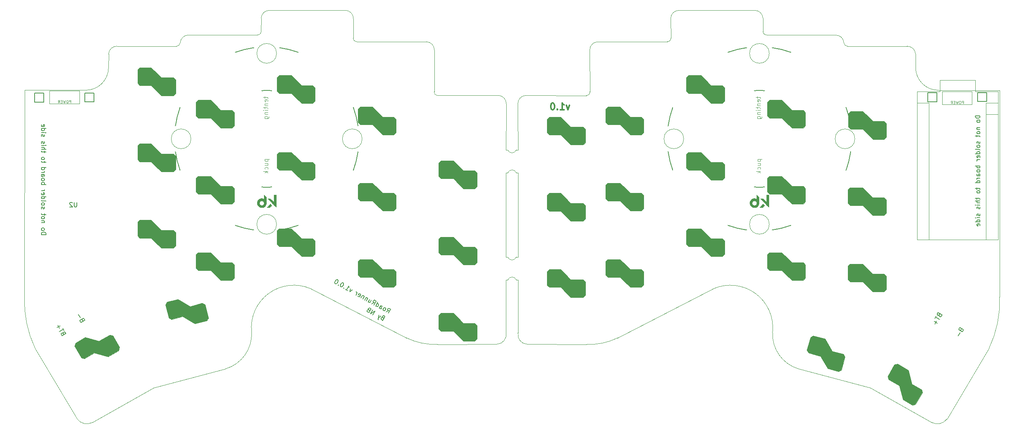
<source format=gbr>
%TF.GenerationSoftware,KiCad,Pcbnew,(6.0.6)*%
%TF.CreationDate,2022-12-06T20:45:46-06:00*%
%TF.ProjectId,roadrunner,726f6164-7275-46e6-9e65-722e6b696361,rev?*%
%TF.SameCoordinates,Original*%
%TF.FileFunction,Legend,Bot*%
%TF.FilePolarity,Positive*%
%FSLAX46Y46*%
G04 Gerber Fmt 4.6, Leading zero omitted, Abs format (unit mm)*
G04 Created by KiCad (PCBNEW (6.0.6)) date 2022-12-06 20:45:46*
%MOMM*%
%LPD*%
G01*
G04 APERTURE LIST*
%ADD10C,0.120000*%
%ADD11C,0.150000*%
%TA.AperFunction,Profile*%
%ADD12C,0.050000*%
%TD*%
%TA.AperFunction,Profile*%
%ADD13C,0.100000*%
%TD*%
%ADD14C,0.300000*%
%ADD15C,0.100000*%
%ADD16C,0.200000*%
%ADD17C,0.010000*%
G04 APERTURE END LIST*
D10*
X252035714Y-49411428D02*
X252035714Y-48811428D01*
X251807142Y-48811428D01*
X251750000Y-48840000D01*
X251721428Y-48868571D01*
X251692857Y-48925714D01*
X251692857Y-49011428D01*
X251721428Y-49068571D01*
X251750000Y-49097142D01*
X251807142Y-49125714D01*
X252035714Y-49125714D01*
X251321428Y-48811428D02*
X251207142Y-48811428D01*
X251150000Y-48840000D01*
X251092857Y-48897142D01*
X251064285Y-49011428D01*
X251064285Y-49211428D01*
X251092857Y-49325714D01*
X251150000Y-49382857D01*
X251207142Y-49411428D01*
X251321428Y-49411428D01*
X251378571Y-49382857D01*
X251435714Y-49325714D01*
X251464285Y-49211428D01*
X251464285Y-49011428D01*
X251435714Y-48897142D01*
X251378571Y-48840000D01*
X251321428Y-48811428D01*
X250864285Y-48811428D02*
X250721428Y-49411428D01*
X250607142Y-48982857D01*
X250492857Y-49411428D01*
X250350000Y-48811428D01*
X250121428Y-49097142D02*
X249921428Y-49097142D01*
X249835714Y-49411428D02*
X250121428Y-49411428D01*
X250121428Y-48811428D01*
X249835714Y-48811428D01*
X249235714Y-49411428D02*
X249435714Y-49125714D01*
X249578571Y-49411428D02*
X249578571Y-48811428D01*
X249350000Y-48811428D01*
X249292857Y-48840000D01*
X249264285Y-48868571D01*
X249235714Y-48925714D01*
X249235714Y-49011428D01*
X249264285Y-49068571D01*
X249292857Y-49097142D01*
X249350000Y-49125714D01*
X249578571Y-49125714D01*
D11*
X51676144Y-100608452D02*
X51563476Y-100508543D01*
X51498427Y-100491113D01*
X51392139Y-100497493D01*
X51268421Y-100568922D01*
X51209752Y-100657780D01*
X51192323Y-100722829D01*
X51198702Y-100829117D01*
X51389178Y-101159032D01*
X52255204Y-100659032D01*
X52088537Y-100370356D01*
X51999679Y-100311687D01*
X51934630Y-100294258D01*
X51828342Y-100300637D01*
X51745863Y-100348256D01*
X51687194Y-100437115D01*
X51669764Y-100502164D01*
X51676144Y-100608452D01*
X51842811Y-100897127D01*
X51826632Y-99916724D02*
X51540918Y-99421852D01*
X50817750Y-100169288D02*
X51683775Y-99669288D01*
X50838141Y-99442701D02*
X50457188Y-98782872D01*
X50317750Y-99303263D02*
X50977579Y-98922310D01*
X55885668Y-97578537D02*
X55773000Y-97478629D01*
X55707951Y-97461199D01*
X55601663Y-97467579D01*
X55477945Y-97539007D01*
X55419276Y-97627866D01*
X55401846Y-97692915D01*
X55408226Y-97799203D01*
X55598702Y-98129117D01*
X56464728Y-97629117D01*
X56298061Y-97340442D01*
X56209203Y-97281773D01*
X56144154Y-97264343D01*
X56037866Y-97270723D01*
X55955387Y-97318342D01*
X55896718Y-97407200D01*
X55879288Y-97472249D01*
X55885668Y-97578537D01*
X56052335Y-97867212D01*
X55428617Y-97072616D02*
X55047664Y-96412787D01*
X246652426Y-96500119D02*
X246622237Y-96647646D01*
X246639667Y-96712695D01*
X246698336Y-96801553D01*
X246822054Y-96872982D01*
X246928342Y-96879362D01*
X246993391Y-96861932D01*
X247082249Y-96803263D01*
X247272725Y-96473348D01*
X246406700Y-95973348D01*
X246240033Y-96262024D01*
X246233653Y-96368312D01*
X246251083Y-96433360D01*
X246309752Y-96522219D01*
X246392231Y-96569838D01*
X246498519Y-96576218D01*
X246563568Y-96558788D01*
X246652426Y-96500119D01*
X246819093Y-96211444D01*
X245978128Y-96715656D02*
X245692414Y-97210528D01*
X246701297Y-97463092D02*
X245835271Y-96963092D01*
X246061858Y-97808726D02*
X245680906Y-98468555D01*
X246201297Y-98329117D02*
X245541468Y-97948165D01*
X251461950Y-99830033D02*
X251431761Y-99977561D01*
X251449191Y-100042609D01*
X251507860Y-100131468D01*
X251631578Y-100202896D01*
X251737866Y-100209276D01*
X251802915Y-100191846D01*
X251891773Y-100133177D01*
X252082249Y-99803263D01*
X251216224Y-99303263D01*
X251049557Y-99591938D01*
X251043177Y-99698226D01*
X251060607Y-99763275D01*
X251119276Y-99852133D01*
X251201755Y-99899752D01*
X251308043Y-99906132D01*
X251373092Y-99888702D01*
X251461950Y-99830033D01*
X251628617Y-99541358D01*
X251252335Y-100478812D02*
X250871382Y-101138641D01*
X122763153Y-97097086D02*
X122615121Y-97069476D01*
X122550386Y-97088038D01*
X122462565Y-97148249D01*
X122393307Y-97273195D01*
X122388783Y-97379578D01*
X122407345Y-97444313D01*
X122467556Y-97532134D01*
X122800745Y-97716823D01*
X123285554Y-96842203D01*
X122994014Y-96680600D01*
X122887631Y-96676076D01*
X122822896Y-96694639D01*
X122735075Y-96754850D01*
X122688903Y-96838147D01*
X122684379Y-96944530D01*
X122702942Y-97009265D01*
X122763153Y-97097086D01*
X123054692Y-97258689D01*
X122332628Y-96695106D02*
X121801179Y-97162755D01*
X121916143Y-96464244D02*
X121801179Y-97162755D01*
X121769045Y-97417170D01*
X121787608Y-97481905D01*
X121847819Y-97569726D01*
X120593371Y-96493256D02*
X121078181Y-95618636D01*
X120093588Y-96216222D01*
X120578398Y-95341602D01*
X119829191Y-95416319D02*
X119935574Y-95420843D01*
X120000309Y-95402280D01*
X120088130Y-95342069D01*
X120111216Y-95300421D01*
X120115740Y-95194038D01*
X120097178Y-95129303D01*
X120036967Y-95041482D01*
X119870372Y-94949137D01*
X119763989Y-94944613D01*
X119699254Y-94963176D01*
X119611434Y-95023387D01*
X119588347Y-95065035D01*
X119583824Y-95171419D01*
X119602386Y-95236153D01*
X119662597Y-95323974D01*
X119829191Y-95416319D01*
X119889402Y-95504140D01*
X119907964Y-95568875D01*
X119903441Y-95675258D01*
X119811096Y-95841852D01*
X119723275Y-95902063D01*
X119658540Y-95920625D01*
X119552157Y-95916102D01*
X119385563Y-95823757D01*
X119325352Y-95735936D01*
X119306790Y-95671201D01*
X119311313Y-95564818D01*
X119403658Y-95398224D01*
X119491479Y-95338013D01*
X119556214Y-95319451D01*
X119662597Y-95323974D01*
X46797619Y-78601904D02*
X47797619Y-78601904D01*
X47797619Y-78363809D01*
X47750000Y-78220952D01*
X47654761Y-78125714D01*
X47559523Y-78078095D01*
X47369047Y-78030476D01*
X47226190Y-78030476D01*
X47035714Y-78078095D01*
X46940476Y-78125714D01*
X46845238Y-78220952D01*
X46797619Y-78363809D01*
X46797619Y-78601904D01*
X46797619Y-77459047D02*
X46845238Y-77554285D01*
X46892857Y-77601904D01*
X46988095Y-77649523D01*
X47273809Y-77649523D01*
X47369047Y-77601904D01*
X47416666Y-77554285D01*
X47464285Y-77459047D01*
X47464285Y-77316190D01*
X47416666Y-77220952D01*
X47369047Y-77173333D01*
X47273809Y-77125714D01*
X46988095Y-77125714D01*
X46892857Y-77173333D01*
X46845238Y-77220952D01*
X46797619Y-77316190D01*
X46797619Y-77459047D01*
X47464285Y-75935238D02*
X46797619Y-75935238D01*
X47369047Y-75935238D02*
X47416666Y-75887619D01*
X47464285Y-75792380D01*
X47464285Y-75649523D01*
X47416666Y-75554285D01*
X47321428Y-75506666D01*
X46797619Y-75506666D01*
X46797619Y-74887619D02*
X46845238Y-74982857D01*
X46892857Y-75030476D01*
X46988095Y-75078095D01*
X47273809Y-75078095D01*
X47369047Y-75030476D01*
X47416666Y-74982857D01*
X47464285Y-74887619D01*
X47464285Y-74744761D01*
X47416666Y-74649523D01*
X47369047Y-74601904D01*
X47273809Y-74554285D01*
X46988095Y-74554285D01*
X46892857Y-74601904D01*
X46845238Y-74649523D01*
X46797619Y-74744761D01*
X46797619Y-74887619D01*
X47464285Y-74268571D02*
X47464285Y-73887619D01*
X47797619Y-74125714D02*
X46940476Y-74125714D01*
X46845238Y-74078095D01*
X46797619Y-73982857D01*
X46797619Y-73887619D01*
X46845238Y-72840000D02*
X46797619Y-72744761D01*
X46797619Y-72554285D01*
X46845238Y-72459047D01*
X46940476Y-72411428D01*
X46988095Y-72411428D01*
X47083333Y-72459047D01*
X47130952Y-72554285D01*
X47130952Y-72697142D01*
X47178571Y-72792380D01*
X47273809Y-72840000D01*
X47321428Y-72840000D01*
X47416666Y-72792380D01*
X47464285Y-72697142D01*
X47464285Y-72554285D01*
X47416666Y-72459047D01*
X46797619Y-71840000D02*
X46845238Y-71935238D01*
X46892857Y-71982857D01*
X46988095Y-72030476D01*
X47273809Y-72030476D01*
X47369047Y-71982857D01*
X47416666Y-71935238D01*
X47464285Y-71840000D01*
X47464285Y-71697142D01*
X47416666Y-71601904D01*
X47369047Y-71554285D01*
X47273809Y-71506666D01*
X46988095Y-71506666D01*
X46892857Y-71554285D01*
X46845238Y-71601904D01*
X46797619Y-71697142D01*
X46797619Y-71840000D01*
X46797619Y-70935238D02*
X46845238Y-71030476D01*
X46940476Y-71078095D01*
X47797619Y-71078095D01*
X46797619Y-70125714D02*
X47797619Y-70125714D01*
X46845238Y-70125714D02*
X46797619Y-70220952D01*
X46797619Y-70411428D01*
X46845238Y-70506666D01*
X46892857Y-70554285D01*
X46988095Y-70601904D01*
X47273809Y-70601904D01*
X47369047Y-70554285D01*
X47416666Y-70506666D01*
X47464285Y-70411428D01*
X47464285Y-70220952D01*
X47416666Y-70125714D01*
X46845238Y-69268571D02*
X46797619Y-69363809D01*
X46797619Y-69554285D01*
X46845238Y-69649523D01*
X46940476Y-69697142D01*
X47321428Y-69697142D01*
X47416666Y-69649523D01*
X47464285Y-69554285D01*
X47464285Y-69363809D01*
X47416666Y-69268571D01*
X47321428Y-69220952D01*
X47226190Y-69220952D01*
X47130952Y-69697142D01*
X46797619Y-68792380D02*
X47464285Y-68792380D01*
X47273809Y-68792380D02*
X47369047Y-68744761D01*
X47416666Y-68697142D01*
X47464285Y-68601904D01*
X47464285Y-68506666D01*
X46797619Y-67411428D02*
X47797619Y-67411428D01*
X47416666Y-67411428D02*
X47464285Y-67316190D01*
X47464285Y-67125714D01*
X47416666Y-67030476D01*
X47369047Y-66982857D01*
X47273809Y-66935238D01*
X46988095Y-66935238D01*
X46892857Y-66982857D01*
X46845238Y-67030476D01*
X46797619Y-67125714D01*
X46797619Y-67316190D01*
X46845238Y-67411428D01*
X46797619Y-66363809D02*
X46845238Y-66459047D01*
X46892857Y-66506666D01*
X46988095Y-66554285D01*
X47273809Y-66554285D01*
X47369047Y-66506666D01*
X47416666Y-66459047D01*
X47464285Y-66363809D01*
X47464285Y-66220952D01*
X47416666Y-66125714D01*
X47369047Y-66078095D01*
X47273809Y-66030476D01*
X46988095Y-66030476D01*
X46892857Y-66078095D01*
X46845238Y-66125714D01*
X46797619Y-66220952D01*
X46797619Y-66363809D01*
X46797619Y-65173333D02*
X47321428Y-65173333D01*
X47416666Y-65220952D01*
X47464285Y-65316190D01*
X47464285Y-65506666D01*
X47416666Y-65601904D01*
X46845238Y-65173333D02*
X46797619Y-65268571D01*
X46797619Y-65506666D01*
X46845238Y-65601904D01*
X46940476Y-65649523D01*
X47035714Y-65649523D01*
X47130952Y-65601904D01*
X47178571Y-65506666D01*
X47178571Y-65268571D01*
X47226190Y-65173333D01*
X46797619Y-64697142D02*
X47464285Y-64697142D01*
X47273809Y-64697142D02*
X47369047Y-64649523D01*
X47416666Y-64601904D01*
X47464285Y-64506666D01*
X47464285Y-64411428D01*
X46797619Y-63649523D02*
X47797619Y-63649523D01*
X46845238Y-63649523D02*
X46797619Y-63744761D01*
X46797619Y-63935238D01*
X46845238Y-64030476D01*
X46892857Y-64078095D01*
X46988095Y-64125714D01*
X47273809Y-64125714D01*
X47369047Y-64078095D01*
X47416666Y-64030476D01*
X47464285Y-63935238D01*
X47464285Y-63744761D01*
X47416666Y-63649523D01*
X47464285Y-62554285D02*
X47464285Y-62173333D01*
X47797619Y-62411428D02*
X46940476Y-62411428D01*
X46845238Y-62363809D01*
X46797619Y-62268571D01*
X46797619Y-62173333D01*
X46797619Y-61697142D02*
X46845238Y-61792380D01*
X46892857Y-61840000D01*
X46988095Y-61887619D01*
X47273809Y-61887619D01*
X47369047Y-61840000D01*
X47416666Y-61792380D01*
X47464285Y-61697142D01*
X47464285Y-61554285D01*
X47416666Y-61459047D01*
X47369047Y-61411428D01*
X47273809Y-61363809D01*
X46988095Y-61363809D01*
X46892857Y-61411428D01*
X46845238Y-61459047D01*
X46797619Y-61554285D01*
X46797619Y-61697142D01*
X47464285Y-60316190D02*
X47464285Y-59935238D01*
X47797619Y-60173333D02*
X46940476Y-60173333D01*
X46845238Y-60125714D01*
X46797619Y-60030476D01*
X46797619Y-59935238D01*
X46797619Y-59601904D02*
X47797619Y-59601904D01*
X46797619Y-59173333D02*
X47321428Y-59173333D01*
X47416666Y-59220952D01*
X47464285Y-59316190D01*
X47464285Y-59459047D01*
X47416666Y-59554285D01*
X47369047Y-59601904D01*
X46797619Y-58697142D02*
X47464285Y-58697142D01*
X47797619Y-58697142D02*
X47750000Y-58744761D01*
X47702380Y-58697142D01*
X47750000Y-58649523D01*
X47797619Y-58697142D01*
X47702380Y-58697142D01*
X46845238Y-58268571D02*
X46797619Y-58173333D01*
X46797619Y-57982857D01*
X46845238Y-57887619D01*
X46940476Y-57840000D01*
X46988095Y-57840000D01*
X47083333Y-57887619D01*
X47130952Y-57982857D01*
X47130952Y-58125714D01*
X47178571Y-58220952D01*
X47273809Y-58268571D01*
X47321428Y-58268571D01*
X47416666Y-58220952D01*
X47464285Y-58125714D01*
X47464285Y-57982857D01*
X47416666Y-57887619D01*
X46845238Y-56697142D02*
X46797619Y-56601904D01*
X46797619Y-56411428D01*
X46845238Y-56316190D01*
X46940476Y-56268571D01*
X46988095Y-56268571D01*
X47083333Y-56316190D01*
X47130952Y-56411428D01*
X47130952Y-56554285D01*
X47178571Y-56649523D01*
X47273809Y-56697142D01*
X47321428Y-56697142D01*
X47416666Y-56649523D01*
X47464285Y-56554285D01*
X47464285Y-56411428D01*
X47416666Y-56316190D01*
X46797619Y-55840000D02*
X47464285Y-55840000D01*
X47797619Y-55840000D02*
X47750000Y-55887619D01*
X47702380Y-55840000D01*
X47750000Y-55792380D01*
X47797619Y-55840000D01*
X47702380Y-55840000D01*
X46797619Y-54935238D02*
X47797619Y-54935238D01*
X46845238Y-54935238D02*
X46797619Y-55030476D01*
X46797619Y-55220952D01*
X46845238Y-55316190D01*
X46892857Y-55363809D01*
X46988095Y-55411428D01*
X47273809Y-55411428D01*
X47369047Y-55363809D01*
X47416666Y-55316190D01*
X47464285Y-55220952D01*
X47464285Y-55030476D01*
X47416666Y-54935238D01*
X46845238Y-54078095D02*
X46797619Y-54173333D01*
X46797619Y-54363809D01*
X46845238Y-54459047D01*
X46940476Y-54506666D01*
X47321428Y-54506666D01*
X47416666Y-54459047D01*
X47464285Y-54363809D01*
X47464285Y-54173333D01*
X47416666Y-54078095D01*
X47321428Y-54030476D01*
X47226190Y-54030476D01*
X47130952Y-54506666D01*
X255702380Y-52078095D02*
X254702380Y-52078095D01*
X254702380Y-52316190D01*
X254750000Y-52459047D01*
X254845238Y-52554285D01*
X254940476Y-52601904D01*
X255130952Y-52649523D01*
X255273809Y-52649523D01*
X255464285Y-52601904D01*
X255559523Y-52554285D01*
X255654761Y-52459047D01*
X255702380Y-52316190D01*
X255702380Y-52078095D01*
X255702380Y-53220952D02*
X255654761Y-53125714D01*
X255607142Y-53078095D01*
X255511904Y-53030476D01*
X255226190Y-53030476D01*
X255130952Y-53078095D01*
X255083333Y-53125714D01*
X255035714Y-53220952D01*
X255035714Y-53363809D01*
X255083333Y-53459047D01*
X255130952Y-53506666D01*
X255226190Y-53554285D01*
X255511904Y-53554285D01*
X255607142Y-53506666D01*
X255654761Y-53459047D01*
X255702380Y-53363809D01*
X255702380Y-53220952D01*
X255035714Y-54744761D02*
X255702380Y-54744761D01*
X255130952Y-54744761D02*
X255083333Y-54792380D01*
X255035714Y-54887619D01*
X255035714Y-55030476D01*
X255083333Y-55125714D01*
X255178571Y-55173333D01*
X255702380Y-55173333D01*
X255702380Y-55792380D02*
X255654761Y-55697142D01*
X255607142Y-55649523D01*
X255511904Y-55601904D01*
X255226190Y-55601904D01*
X255130952Y-55649523D01*
X255083333Y-55697142D01*
X255035714Y-55792380D01*
X255035714Y-55935238D01*
X255083333Y-56030476D01*
X255130952Y-56078095D01*
X255226190Y-56125714D01*
X255511904Y-56125714D01*
X255607142Y-56078095D01*
X255654761Y-56030476D01*
X255702380Y-55935238D01*
X255702380Y-55792380D01*
X255035714Y-56411428D02*
X255035714Y-56792380D01*
X254702380Y-56554285D02*
X255559523Y-56554285D01*
X255654761Y-56601904D01*
X255702380Y-56697142D01*
X255702380Y-56792380D01*
X255654761Y-57840000D02*
X255702380Y-57935238D01*
X255702380Y-58125714D01*
X255654761Y-58220952D01*
X255559523Y-58268571D01*
X255511904Y-58268571D01*
X255416666Y-58220952D01*
X255369047Y-58125714D01*
X255369047Y-57982857D01*
X255321428Y-57887619D01*
X255226190Y-57840000D01*
X255178571Y-57840000D01*
X255083333Y-57887619D01*
X255035714Y-57982857D01*
X255035714Y-58125714D01*
X255083333Y-58220952D01*
X255702380Y-58840000D02*
X255654761Y-58744761D01*
X255607142Y-58697142D01*
X255511904Y-58649523D01*
X255226190Y-58649523D01*
X255130952Y-58697142D01*
X255083333Y-58744761D01*
X255035714Y-58840000D01*
X255035714Y-58982857D01*
X255083333Y-59078095D01*
X255130952Y-59125714D01*
X255226190Y-59173333D01*
X255511904Y-59173333D01*
X255607142Y-59125714D01*
X255654761Y-59078095D01*
X255702380Y-58982857D01*
X255702380Y-58840000D01*
X255702380Y-59744761D02*
X255654761Y-59649523D01*
X255559523Y-59601904D01*
X254702380Y-59601904D01*
X255702380Y-60554285D02*
X254702380Y-60554285D01*
X255654761Y-60554285D02*
X255702380Y-60459047D01*
X255702380Y-60268571D01*
X255654761Y-60173333D01*
X255607142Y-60125714D01*
X255511904Y-60078095D01*
X255226190Y-60078095D01*
X255130952Y-60125714D01*
X255083333Y-60173333D01*
X255035714Y-60268571D01*
X255035714Y-60459047D01*
X255083333Y-60554285D01*
X255654761Y-61411428D02*
X255702380Y-61316190D01*
X255702380Y-61125714D01*
X255654761Y-61030476D01*
X255559523Y-60982857D01*
X255178571Y-60982857D01*
X255083333Y-61030476D01*
X255035714Y-61125714D01*
X255035714Y-61316190D01*
X255083333Y-61411428D01*
X255178571Y-61459047D01*
X255273809Y-61459047D01*
X255369047Y-60982857D01*
X255702380Y-61887619D02*
X255035714Y-61887619D01*
X255226190Y-61887619D02*
X255130952Y-61935238D01*
X255083333Y-61982857D01*
X255035714Y-62078095D01*
X255035714Y-62173333D01*
X255702380Y-63268571D02*
X254702380Y-63268571D01*
X255083333Y-63268571D02*
X255035714Y-63363809D01*
X255035714Y-63554285D01*
X255083333Y-63649523D01*
X255130952Y-63697142D01*
X255226190Y-63744761D01*
X255511904Y-63744761D01*
X255607142Y-63697142D01*
X255654761Y-63649523D01*
X255702380Y-63554285D01*
X255702380Y-63363809D01*
X255654761Y-63268571D01*
X255702380Y-64316190D02*
X255654761Y-64220952D01*
X255607142Y-64173333D01*
X255511904Y-64125714D01*
X255226190Y-64125714D01*
X255130952Y-64173333D01*
X255083333Y-64220952D01*
X255035714Y-64316190D01*
X255035714Y-64459047D01*
X255083333Y-64554285D01*
X255130952Y-64601904D01*
X255226190Y-64649523D01*
X255511904Y-64649523D01*
X255607142Y-64601904D01*
X255654761Y-64554285D01*
X255702380Y-64459047D01*
X255702380Y-64316190D01*
X255702380Y-65506666D02*
X255178571Y-65506666D01*
X255083333Y-65459047D01*
X255035714Y-65363809D01*
X255035714Y-65173333D01*
X255083333Y-65078095D01*
X255654761Y-65506666D02*
X255702380Y-65411428D01*
X255702380Y-65173333D01*
X255654761Y-65078095D01*
X255559523Y-65030476D01*
X255464285Y-65030476D01*
X255369047Y-65078095D01*
X255321428Y-65173333D01*
X255321428Y-65411428D01*
X255273809Y-65506666D01*
X255702380Y-65982857D02*
X255035714Y-65982857D01*
X255226190Y-65982857D02*
X255130952Y-66030476D01*
X255083333Y-66078095D01*
X255035714Y-66173333D01*
X255035714Y-66268571D01*
X255702380Y-67030476D02*
X254702380Y-67030476D01*
X255654761Y-67030476D02*
X255702380Y-66935238D01*
X255702380Y-66744761D01*
X255654761Y-66649523D01*
X255607142Y-66601904D01*
X255511904Y-66554285D01*
X255226190Y-66554285D01*
X255130952Y-66601904D01*
X255083333Y-66649523D01*
X255035714Y-66744761D01*
X255035714Y-66935238D01*
X255083333Y-67030476D01*
X255035714Y-68125714D02*
X255035714Y-68506666D01*
X254702380Y-68268571D02*
X255559523Y-68268571D01*
X255654761Y-68316190D01*
X255702380Y-68411428D01*
X255702380Y-68506666D01*
X255702380Y-68982857D02*
X255654761Y-68887619D01*
X255607142Y-68839999D01*
X255511904Y-68792380D01*
X255226190Y-68792380D01*
X255130952Y-68839999D01*
X255083333Y-68887619D01*
X255035714Y-68982857D01*
X255035714Y-69125714D01*
X255083333Y-69220952D01*
X255130952Y-69268571D01*
X255226190Y-69316190D01*
X255511904Y-69316190D01*
X255607142Y-69268571D01*
X255654761Y-69220952D01*
X255702380Y-69125714D01*
X255702380Y-68982857D01*
X255035714Y-70363809D02*
X255035714Y-70744761D01*
X254702380Y-70506666D02*
X255559523Y-70506666D01*
X255654761Y-70554285D01*
X255702380Y-70649523D01*
X255702380Y-70744761D01*
X255702380Y-71078095D02*
X254702380Y-71078095D01*
X255702380Y-71506666D02*
X255178571Y-71506666D01*
X255083333Y-71459047D01*
X255035714Y-71363809D01*
X255035714Y-71220952D01*
X255083333Y-71125714D01*
X255130952Y-71078095D01*
X255702380Y-71982857D02*
X255035714Y-71982857D01*
X254702380Y-71982857D02*
X254750000Y-71935238D01*
X254797619Y-71982857D01*
X254750000Y-72030476D01*
X254702380Y-71982857D01*
X254797619Y-71982857D01*
X255654761Y-72411428D02*
X255702380Y-72506666D01*
X255702380Y-72697142D01*
X255654761Y-72792380D01*
X255559523Y-72839999D01*
X255511904Y-72839999D01*
X255416666Y-72792380D01*
X255369047Y-72697142D01*
X255369047Y-72554285D01*
X255321428Y-72459047D01*
X255226190Y-72411428D01*
X255178571Y-72411428D01*
X255083333Y-72459047D01*
X255035714Y-72554285D01*
X255035714Y-72697142D01*
X255083333Y-72792380D01*
X255654761Y-73982857D02*
X255702380Y-74078095D01*
X255702380Y-74268571D01*
X255654761Y-74363809D01*
X255559523Y-74411428D01*
X255511904Y-74411428D01*
X255416666Y-74363809D01*
X255369047Y-74268571D01*
X255369047Y-74125714D01*
X255321428Y-74030476D01*
X255226190Y-73982857D01*
X255178571Y-73982857D01*
X255083333Y-74030476D01*
X255035714Y-74125714D01*
X255035714Y-74268571D01*
X255083333Y-74363809D01*
X255702380Y-74840000D02*
X255035714Y-74840000D01*
X254702380Y-74840000D02*
X254750000Y-74792380D01*
X254797619Y-74840000D01*
X254750000Y-74887619D01*
X254702380Y-74840000D01*
X254797619Y-74840000D01*
X255702380Y-75744761D02*
X254702380Y-75744761D01*
X255654761Y-75744761D02*
X255702380Y-75649523D01*
X255702380Y-75459047D01*
X255654761Y-75363809D01*
X255607142Y-75316190D01*
X255511904Y-75268571D01*
X255226190Y-75268571D01*
X255130952Y-75316190D01*
X255083333Y-75363809D01*
X255035714Y-75459047D01*
X255035714Y-75649523D01*
X255083333Y-75744761D01*
X255654761Y-76601904D02*
X255702380Y-76506666D01*
X255702380Y-76316190D01*
X255654761Y-76220952D01*
X255559523Y-76173333D01*
X255178571Y-76173333D01*
X255083333Y-76220952D01*
X255035714Y-76316190D01*
X255035714Y-76506666D01*
X255083333Y-76601904D01*
X255178571Y-76649523D01*
X255273809Y-76649523D01*
X255369047Y-76173333D01*
X123549115Y-95794579D02*
X124071516Y-95539696D01*
X124048897Y-96071613D02*
X124533707Y-95196993D01*
X124200519Y-95012304D01*
X124094135Y-95007780D01*
X124029401Y-95026342D01*
X123941580Y-95086553D01*
X123872321Y-95211499D01*
X123867797Y-95317882D01*
X123886360Y-95382617D01*
X123946571Y-95470438D01*
X124279759Y-95655127D01*
X123049332Y-95517545D02*
X123155715Y-95522068D01*
X123220450Y-95503506D01*
X123308271Y-95443295D01*
X123446788Y-95193404D01*
X123451312Y-95087020D01*
X123432749Y-95022286D01*
X123372538Y-94934465D01*
X123247593Y-94865206D01*
X123141209Y-94860682D01*
X123076475Y-94879245D01*
X122988654Y-94939456D01*
X122850137Y-95189347D01*
X122845613Y-95295730D01*
X122864175Y-95360465D01*
X122924386Y-95448286D01*
X123049332Y-95517545D01*
X122008118Y-94940390D02*
X122262066Y-94482256D01*
X122349887Y-94422045D01*
X122456270Y-94426569D01*
X122622864Y-94518914D01*
X122683075Y-94606735D01*
X122031204Y-94898742D02*
X122091415Y-94986563D01*
X122299658Y-95101993D01*
X122406041Y-95106517D01*
X122493862Y-95046306D01*
X122540035Y-94963009D01*
X122544558Y-94856626D01*
X122484347Y-94768805D01*
X122276105Y-94653374D01*
X122215894Y-94565553D01*
X121216796Y-94501753D02*
X121701605Y-93627133D01*
X121239882Y-94460104D02*
X121300093Y-94547925D01*
X121466687Y-94640270D01*
X121573070Y-94644794D01*
X121637805Y-94626231D01*
X121725626Y-94566020D01*
X121864143Y-94316129D01*
X121868667Y-94209746D01*
X121850104Y-94145011D01*
X121789893Y-94057190D01*
X121623299Y-93964846D01*
X121516916Y-93960322D01*
X120300527Y-93993857D02*
X120822929Y-93738975D01*
X120800310Y-94270891D02*
X121285120Y-93396272D01*
X120951931Y-93211582D01*
X120845548Y-93207058D01*
X120780813Y-93225621D01*
X120692992Y-93285832D01*
X120623734Y-93410777D01*
X120619210Y-93517161D01*
X120637772Y-93581895D01*
X120697983Y-93669716D01*
X121031172Y-93854406D01*
X119874060Y-92995226D02*
X119550853Y-93578306D01*
X120248897Y-93203002D02*
X119994949Y-93661136D01*
X119907128Y-93721347D01*
X119800745Y-93716823D01*
X119675799Y-93647565D01*
X119615588Y-93559744D01*
X119597026Y-93495009D01*
X119457574Y-92764365D02*
X119134368Y-93347444D01*
X119411402Y-92847662D02*
X119392839Y-92782927D01*
X119332628Y-92695106D01*
X119207683Y-92625848D01*
X119101299Y-92621324D01*
X119013479Y-92681535D01*
X118759531Y-93139669D01*
X118666251Y-92325727D02*
X118343045Y-92908807D01*
X118620079Y-92409024D02*
X118601517Y-92344290D01*
X118541306Y-92256469D01*
X118416360Y-92187210D01*
X118309977Y-92182686D01*
X118222156Y-92242897D01*
X117968208Y-92701032D01*
X117241620Y-92243832D02*
X117301831Y-92331653D01*
X117468425Y-92423997D01*
X117574809Y-92428521D01*
X117662630Y-92368310D01*
X117847319Y-92035122D01*
X117851843Y-91928739D01*
X117791632Y-91840918D01*
X117625038Y-91748573D01*
X117518654Y-91744049D01*
X117430833Y-91804260D01*
X117384661Y-91887557D01*
X117754974Y-92201716D01*
X116802048Y-92054619D02*
X117125255Y-91471539D01*
X117032910Y-91638133D02*
X117037434Y-91531750D01*
X117018872Y-91467015D01*
X116958661Y-91379194D01*
X116875363Y-91333022D01*
X116000744Y-90848212D02*
X115469295Y-91315861D01*
X115584258Y-90617351D01*
X114469729Y-90761793D02*
X114969512Y-91038827D01*
X114719621Y-90900310D02*
X115204430Y-90025690D01*
X115218469Y-90196808D01*
X115255594Y-90326278D01*
X115315804Y-90414099D01*
X114141065Y-90470720D02*
X114076330Y-90489283D01*
X114094892Y-90554018D01*
X114159627Y-90535455D01*
X114141065Y-90470720D01*
X114094892Y-90554018D01*
X113996622Y-89356191D02*
X113913325Y-89310019D01*
X113806942Y-89305495D01*
X113742207Y-89324058D01*
X113654386Y-89384269D01*
X113520393Y-89527777D01*
X113404962Y-89736019D01*
X113354266Y-89925700D01*
X113349742Y-90032083D01*
X113368304Y-90096818D01*
X113428515Y-90184639D01*
X113511812Y-90230811D01*
X113618196Y-90235335D01*
X113682930Y-90216772D01*
X113770751Y-90156562D01*
X113904745Y-90013053D01*
X114020175Y-89804811D01*
X114070872Y-89615130D01*
X114075395Y-89508747D01*
X114056833Y-89444012D01*
X113996622Y-89356191D01*
X112891608Y-89778135D02*
X112826873Y-89796698D01*
X112845435Y-89861432D01*
X112910170Y-89842870D01*
X112891608Y-89778135D01*
X112845435Y-89861432D01*
X112747165Y-88663606D02*
X112663868Y-88617434D01*
X112557485Y-88612910D01*
X112492750Y-88631472D01*
X112404929Y-88691683D01*
X112270936Y-88835191D01*
X112155505Y-89043434D01*
X112104809Y-89233115D01*
X112100285Y-89339498D01*
X112118848Y-89404233D01*
X112179059Y-89492054D01*
X112262356Y-89538226D01*
X112368739Y-89542750D01*
X112433474Y-89524187D01*
X112521295Y-89463976D01*
X112655288Y-89320468D01*
X112770719Y-89112226D01*
X112821415Y-88922545D01*
X112825939Y-88816162D01*
X112807376Y-88751427D01*
X112747165Y-88663606D01*
D10*
X48576500Y-46510000D02*
X55307500Y-46510000D01*
X55307500Y-46510000D02*
X55307500Y-49431000D01*
X55307500Y-49431000D02*
X48576500Y-49431000D01*
X48576500Y-49431000D02*
X48576500Y-46510000D01*
X247298000Y-46659000D02*
X253902000Y-46659000D01*
X253902000Y-46659000D02*
X253902000Y-49580000D01*
X253902000Y-49580000D02*
X247298000Y-49580000D01*
X247298000Y-49580000D02*
X247298000Y-46659000D01*
D12*
X150611500Y-64798000D02*
X150222000Y-64798000D01*
D13*
X241367578Y-38328123D02*
X241388045Y-41395419D01*
X231322000Y-112706000D02*
X215352000Y-108516000D01*
X186138747Y-35580174D02*
G75*
G03*
X186908747Y-34743691I-16547J787874D01*
G01*
X209541976Y-100305999D02*
G75*
G03*
X215352000Y-108516000I8093824J-433001D01*
G01*
X225425522Y-35841152D02*
G75*
G03*
X226262000Y-36596000I833778J83052D01*
G01*
X168888600Y-46747500D02*
X168857152Y-37466000D01*
X244952000Y-120456000D02*
X231322000Y-112706000D01*
X134990000Y-103040000D02*
X148180000Y-103020000D01*
X97606622Y-28585523D02*
X114514848Y-28586476D01*
D12*
X241388099Y-41395418D02*
G75*
G03*
X246505730Y-46396000I5059101J58518D01*
G01*
D13*
X97606621Y-28585544D02*
G75*
G03*
X95726622Y-30325523I-56621J-1824456D01*
G01*
X168118601Y-47584025D02*
G75*
G03*
X168888600Y-46747500I-16601J787925D01*
G01*
X208255905Y-34084254D02*
X223545524Y-34101152D01*
D12*
X43042001Y-92484000D02*
G75*
G03*
X45410000Y-103940000I24422759J-924460D01*
G01*
X152516499Y-64798001D02*
G75*
G03*
X150611501Y-64798000I-952499J-380999D01*
G01*
X56626270Y-46390005D02*
G75*
G03*
X61743955Y-41389419I58550J5059135D01*
G01*
D13*
X76870000Y-36589998D02*
G75*
G03*
X77706476Y-35835152I2700J837898D01*
G01*
X152861397Y-49422011D02*
X152856055Y-51234702D01*
D12*
X257722001Y-103946000D02*
G75*
G03*
X260090000Y-92490000I-22054761J10531540D01*
G01*
D13*
X116223260Y-34737691D02*
G75*
G03*
X116993253Y-35574167I786540J-48609D01*
G01*
D12*
X56626270Y-46390000D02*
X43056000Y-46390000D01*
D13*
X87780000Y-108510000D02*
X71810000Y-112700000D01*
X168142000Y-103045995D02*
G75*
G03*
X175042000Y-101616000I685800J14052795D01*
G01*
X63644421Y-36582144D02*
G75*
G03*
X61764422Y-38322123I-56621J-1824456D01*
G01*
X79586478Y-34095099D02*
G75*
G03*
X77706476Y-35835152I-56578J-1824501D01*
G01*
X134274827Y-37460000D02*
G75*
G03*
X132534848Y-35596476I-1824427J40600D01*
G01*
X79586476Y-34095152D02*
X94876095Y-34078254D01*
D12*
X152894493Y-100501022D02*
X152910000Y-88680000D01*
X248372000Y-119676000D02*
X257722000Y-103946000D01*
X152770500Y-88674000D02*
X152516500Y-88674000D01*
D13*
X134243449Y-46741503D02*
G75*
G03*
X135013400Y-47577976I786551J-48597D01*
G01*
X128090000Y-101610000D02*
X106780000Y-90650000D01*
X94876096Y-34078245D02*
G75*
G03*
X95712571Y-33308254I48604J786545D01*
G01*
X134274848Y-37460000D02*
X134243400Y-46741500D01*
X225425471Y-35841154D02*
G75*
G03*
X223545524Y-34101152I-1823371J-84446D01*
G01*
D12*
X152834000Y-59718000D02*
X152516500Y-59718000D01*
D13*
X150270519Y-49416009D02*
G75*
G03*
X148530603Y-47552487I-1824419J40609D01*
G01*
D12*
X152910000Y-59724000D02*
X152856055Y-51234702D01*
D13*
X186908747Y-34743691D02*
X186877152Y-30472476D01*
D12*
X152910000Y-88680000D02*
X152770500Y-88674000D01*
D13*
X207405378Y-30331523D02*
X207419429Y-33314254D01*
X207405399Y-30331522D02*
G75*
G03*
X205525378Y-28591523I-1823399J-84478D01*
G01*
D12*
X152910000Y-59724000D02*
X152834000Y-59718000D01*
X150611500Y-88674000D02*
X150222000Y-88674000D01*
X152834000Y-64798000D02*
X152516500Y-64798000D01*
D13*
X148180000Y-103019994D02*
G75*
G03*
X150237507Y-100495022I-66900J2155294D01*
G01*
X244952000Y-120456000D02*
G75*
G03*
X248372000Y-119676000I1262800J2350800D01*
G01*
X170597151Y-35602455D02*
G75*
G03*
X168857152Y-37466000I84449J-1822945D01*
G01*
X188617154Y-28592529D02*
G75*
G03*
X186877152Y-30472476I84446J-1823371D01*
G01*
D12*
X260076000Y-46396000D02*
X246505730Y-46396000D01*
D13*
X76870000Y-36590000D02*
X63644422Y-36582123D01*
X154601397Y-47558487D02*
X168118600Y-47583976D01*
D12*
X150222000Y-64798000D02*
X150222000Y-83594000D01*
D13*
X54760000Y-119670000D02*
G75*
G03*
X58180000Y-120450000I2157200J1570800D01*
G01*
X209542081Y-100306009D02*
G75*
G03*
X196352000Y-90656000I-9397181J994909D01*
G01*
D12*
X150611501Y-83593999D02*
G75*
G03*
X152516499Y-83594000I952499J380999D01*
G01*
X150275945Y-51228702D02*
X150222000Y-59718000D01*
D13*
X239487578Y-36588123D02*
X226262000Y-36596000D01*
X116254901Y-30466478D02*
G75*
G03*
X114514848Y-28586476I-1824501J56578D01*
G01*
D12*
X150222000Y-88674000D02*
X150237507Y-100495022D01*
X150611501Y-59717999D02*
G75*
G03*
X152516499Y-59718000I952499J380999D01*
G01*
X152910000Y-83600000D02*
X152910000Y-64804000D01*
X43056000Y-46390000D02*
X43042000Y-92484000D01*
D13*
X116993253Y-35574167D02*
X132534848Y-35596476D01*
X106780002Y-90649995D02*
G75*
G03*
X93590000Y-100300000I-3792862J-8655075D01*
G01*
D12*
X150611500Y-83594000D02*
X150222000Y-83594000D01*
D13*
X188617152Y-28592476D02*
X205525378Y-28591523D01*
X61743955Y-41389419D02*
X61764422Y-38322123D01*
X241367599Y-38328122D02*
G75*
G03*
X239487578Y-36588123I-1823399J-84478D01*
G01*
D12*
X152910000Y-64804000D02*
X152834000Y-64798000D01*
D13*
X154952000Y-103026000D02*
X168142000Y-103046000D01*
D12*
X260090000Y-92490000D02*
X260076000Y-46396000D01*
D13*
X154601393Y-47558403D02*
G75*
G03*
X152861397Y-49422011I84507J-1822997D01*
G01*
X116254848Y-30466476D02*
X116223253Y-34737691D01*
X135013400Y-47577976D02*
X148530603Y-47552487D01*
X207419420Y-33314254D02*
G75*
G03*
X208255905Y-34084254I787880J16554D01*
G01*
X150275945Y-51228702D02*
X150270603Y-49416011D01*
X87779993Y-108509977D02*
G75*
G03*
X93590000Y-100300000I-2283793J7776977D01*
G01*
X196352000Y-90656000D02*
X175042000Y-101616000D01*
D12*
X152834000Y-83594000D02*
X152516500Y-83594000D01*
D13*
X128090007Y-101609986D02*
G75*
G03*
X134990000Y-103040000I6214193J12622586D01*
G01*
D12*
X45410000Y-103940000D02*
X54760000Y-119670000D01*
D13*
X95712571Y-33308254D02*
X95726622Y-30325523D01*
X71810000Y-112700000D02*
X58180000Y-120450000D01*
D12*
X152516499Y-88674001D02*
G75*
G03*
X150611501Y-88674000I-952499J-380999D01*
G01*
X150611500Y-59718000D02*
X150222000Y-59718000D01*
X152910000Y-83600000D02*
X152834000Y-83594000D01*
D13*
X170597152Y-35602476D02*
X186138747Y-35580167D01*
X152894487Y-100501021D02*
G75*
G03*
X154952000Y-103026000I2124413J-369679D01*
G01*
D14*
X164374857Y-49744571D02*
X164017714Y-50744571D01*
X163660571Y-49744571D01*
X162303428Y-50744571D02*
X163160571Y-50744571D01*
X162732000Y-50744571D02*
X162732000Y-49244571D01*
X162874857Y-49458857D01*
X163017714Y-49601714D01*
X163160571Y-49673142D01*
X161660571Y-50601714D02*
X161589142Y-50673142D01*
X161660571Y-50744571D01*
X161732000Y-50673142D01*
X161660571Y-50601714D01*
X161660571Y-50744571D01*
X160660571Y-49244571D02*
X160517714Y-49244571D01*
X160374857Y-49316000D01*
X160303428Y-49387428D01*
X160232000Y-49530285D01*
X160160571Y-49816000D01*
X160160571Y-50173142D01*
X160232000Y-50458857D01*
X160303428Y-50601714D01*
X160374857Y-50673142D01*
X160517714Y-50744571D01*
X160660571Y-50744571D01*
X160803428Y-50673142D01*
X160874857Y-50601714D01*
X160946285Y-50458857D01*
X161017714Y-50173142D01*
X161017714Y-49816000D01*
X160946285Y-49530285D01*
X160874857Y-49387428D01*
X160803428Y-49316000D01*
X160660571Y-49244571D01*
D10*
X53335714Y-49211428D02*
X53335714Y-48611428D01*
X53107142Y-48611428D01*
X53050000Y-48640000D01*
X53021428Y-48668571D01*
X52992857Y-48725714D01*
X52992857Y-48811428D01*
X53021428Y-48868571D01*
X53050000Y-48897142D01*
X53107142Y-48925714D01*
X53335714Y-48925714D01*
X52621428Y-48611428D02*
X52507142Y-48611428D01*
X52450000Y-48640000D01*
X52392857Y-48697142D01*
X52364285Y-48811428D01*
X52364285Y-49011428D01*
X52392857Y-49125714D01*
X52450000Y-49182857D01*
X52507142Y-49211428D01*
X52621428Y-49211428D01*
X52678571Y-49182857D01*
X52735714Y-49125714D01*
X52764285Y-49011428D01*
X52764285Y-48811428D01*
X52735714Y-48697142D01*
X52678571Y-48640000D01*
X52621428Y-48611428D01*
X52164285Y-48611428D02*
X52021428Y-49211428D01*
X51907142Y-48782857D01*
X51792857Y-49211428D01*
X51650000Y-48611428D01*
X51421428Y-48897142D02*
X51221428Y-48897142D01*
X51135714Y-49211428D02*
X51421428Y-49211428D01*
X51421428Y-48611428D01*
X51135714Y-48611428D01*
X50535714Y-49211428D02*
X50735714Y-48925714D01*
X50878571Y-49211428D02*
X50878571Y-48611428D01*
X50650000Y-48611428D01*
X50592857Y-48640000D01*
X50564285Y-48668571D01*
X50535714Y-48725714D01*
X50535714Y-48811428D01*
X50564285Y-48868571D01*
X50592857Y-48897142D01*
X50650000Y-48925714D01*
X50878571Y-48925714D01*
D11*
%TO.C,*%
D15*
%TO.C,REF_PUCK_R*%
X96549214Y-61764500D02*
X97549214Y-61764500D01*
X96596833Y-61764500D02*
X96549214Y-61859738D01*
X96549214Y-62050214D01*
X96596833Y-62145452D01*
X96644452Y-62193071D01*
X96739690Y-62240690D01*
X97025404Y-62240690D01*
X97120642Y-62193071D01*
X97168261Y-62145452D01*
X97215880Y-62050214D01*
X97215880Y-61859738D01*
X97168261Y-61764500D01*
X96549214Y-63097833D02*
X97215880Y-63097833D01*
X96549214Y-62669261D02*
X97073023Y-62669261D01*
X97168261Y-62716880D01*
X97215880Y-62812119D01*
X97215880Y-62954976D01*
X97168261Y-63050214D01*
X97120642Y-63097833D01*
X97168261Y-64002595D02*
X97215880Y-63907357D01*
X97215880Y-63716880D01*
X97168261Y-63621642D01*
X97120642Y-63574023D01*
X97025404Y-63526404D01*
X96739690Y-63526404D01*
X96644452Y-63574023D01*
X96596833Y-63621642D01*
X96549214Y-63716880D01*
X96549214Y-63907357D01*
X96596833Y-64002595D01*
X97215880Y-64431166D02*
X96215880Y-64431166D01*
X96834928Y-64526404D02*
X97215880Y-64812119D01*
X96549214Y-64812119D02*
X96930166Y-64431166D01*
X96485714Y-47810500D02*
X96485714Y-48191452D01*
X96152380Y-47953357D02*
X97009523Y-47953357D01*
X97104761Y-48000976D01*
X97152380Y-48096214D01*
X97152380Y-48191452D01*
X97104761Y-48905738D02*
X97152380Y-48810500D01*
X97152380Y-48620023D01*
X97104761Y-48524785D01*
X97009523Y-48477166D01*
X96628571Y-48477166D01*
X96533333Y-48524785D01*
X96485714Y-48620023D01*
X96485714Y-48810500D01*
X96533333Y-48905738D01*
X96628571Y-48953357D01*
X96723809Y-48953357D01*
X96819047Y-48477166D01*
X96485714Y-49381928D02*
X97152380Y-49381928D01*
X96580952Y-49381928D02*
X96533333Y-49429547D01*
X96485714Y-49524785D01*
X96485714Y-49667642D01*
X96533333Y-49762880D01*
X96628571Y-49810500D01*
X97152380Y-49810500D01*
X96485714Y-50143833D02*
X96485714Y-50524785D01*
X96152380Y-50286690D02*
X97009523Y-50286690D01*
X97104761Y-50334309D01*
X97152380Y-50429547D01*
X97152380Y-50524785D01*
X97152380Y-50858119D02*
X96485714Y-50858119D01*
X96152380Y-50858119D02*
X96200000Y-50810500D01*
X96247619Y-50858119D01*
X96200000Y-50905738D01*
X96152380Y-50858119D01*
X96247619Y-50858119D01*
X96485714Y-51334309D02*
X97152380Y-51334309D01*
X96580952Y-51334309D02*
X96533333Y-51381928D01*
X96485714Y-51477166D01*
X96485714Y-51620023D01*
X96533333Y-51715261D01*
X96628571Y-51762880D01*
X97152380Y-51762880D01*
X96485714Y-52667642D02*
X97295238Y-52667642D01*
X97390476Y-52620023D01*
X97438095Y-52572404D01*
X97485714Y-52477166D01*
X97485714Y-52334309D01*
X97438095Y-52239071D01*
X97104761Y-52667642D02*
X97152380Y-52572404D01*
X97152380Y-52381928D01*
X97104761Y-52286690D01*
X97057142Y-52239071D01*
X96961904Y-52191452D01*
X96676190Y-52191452D01*
X96580952Y-52239071D01*
X96533333Y-52286690D01*
X96485714Y-52381928D01*
X96485714Y-52572404D01*
X96533333Y-52667642D01*
%TO.C,e*%
X206213214Y-61764500D02*
X207213214Y-61764500D01*
X206260833Y-61764500D02*
X206213214Y-61859738D01*
X206213214Y-62050214D01*
X206260833Y-62145452D01*
X206308452Y-62193071D01*
X206403690Y-62240690D01*
X206689404Y-62240690D01*
X206784642Y-62193071D01*
X206832261Y-62145452D01*
X206879880Y-62050214D01*
X206879880Y-61859738D01*
X206832261Y-61764500D01*
X206213214Y-63097833D02*
X206879880Y-63097833D01*
X206213214Y-62669261D02*
X206737023Y-62669261D01*
X206832261Y-62716880D01*
X206879880Y-62812119D01*
X206879880Y-62954976D01*
X206832261Y-63050214D01*
X206784642Y-63097833D01*
X206832261Y-64002595D02*
X206879880Y-63907357D01*
X206879880Y-63716880D01*
X206832261Y-63621642D01*
X206784642Y-63574023D01*
X206689404Y-63526404D01*
X206403690Y-63526404D01*
X206308452Y-63574023D01*
X206260833Y-63621642D01*
X206213214Y-63716880D01*
X206213214Y-63907357D01*
X206260833Y-64002595D01*
X206879880Y-64431166D02*
X205879880Y-64431166D01*
X206498928Y-64526404D02*
X206879880Y-64812119D01*
X206213214Y-64812119D02*
X206594166Y-64431166D01*
X206149714Y-47810500D02*
X206149714Y-48191452D01*
X205816380Y-47953357D02*
X206673523Y-47953357D01*
X206768761Y-48000976D01*
X206816380Y-48096214D01*
X206816380Y-48191452D01*
X206768761Y-48905738D02*
X206816380Y-48810500D01*
X206816380Y-48620023D01*
X206768761Y-48524785D01*
X206673523Y-48477166D01*
X206292571Y-48477166D01*
X206197333Y-48524785D01*
X206149714Y-48620023D01*
X206149714Y-48810500D01*
X206197333Y-48905738D01*
X206292571Y-48953357D01*
X206387809Y-48953357D01*
X206483047Y-48477166D01*
X206149714Y-49381928D02*
X206816380Y-49381928D01*
X206244952Y-49381928D02*
X206197333Y-49429547D01*
X206149714Y-49524785D01*
X206149714Y-49667642D01*
X206197333Y-49762880D01*
X206292571Y-49810500D01*
X206816380Y-49810500D01*
X206149714Y-50143833D02*
X206149714Y-50524785D01*
X205816380Y-50286690D02*
X206673523Y-50286690D01*
X206768761Y-50334309D01*
X206816380Y-50429547D01*
X206816380Y-50524785D01*
X206816380Y-50858119D02*
X206149714Y-50858119D01*
X205816380Y-50858119D02*
X205864000Y-50810500D01*
X205911619Y-50858119D01*
X205864000Y-50905738D01*
X205816380Y-50858119D01*
X205911619Y-50858119D01*
X206149714Y-51334309D02*
X206816380Y-51334309D01*
X206244952Y-51334309D02*
X206197333Y-51381928D01*
X206149714Y-51477166D01*
X206149714Y-51620023D01*
X206197333Y-51715261D01*
X206292571Y-51762880D01*
X206816380Y-51762880D01*
X206149714Y-52667642D02*
X206959238Y-52667642D01*
X207054476Y-52620023D01*
X207102095Y-52572404D01*
X207149714Y-52477166D01*
X207149714Y-52334309D01*
X207102095Y-52239071D01*
X206768761Y-52667642D02*
X206816380Y-52572404D01*
X206816380Y-52381928D01*
X206768761Y-52286690D01*
X206721142Y-52239071D01*
X206625904Y-52191452D01*
X206340190Y-52191452D01*
X206244952Y-52239071D01*
X206197333Y-52286690D01*
X206149714Y-52381928D01*
X206149714Y-52572404D01*
X206197333Y-52667642D01*
D11*
%TO.C,U2*%
X54681904Y-71392380D02*
X54681904Y-72201904D01*
X54634285Y-72297142D01*
X54586666Y-72344761D01*
X54491428Y-72392380D01*
X54300952Y-72392380D01*
X54205714Y-72344761D01*
X54158095Y-72297142D01*
X54110476Y-72201904D01*
X54110476Y-71392380D01*
X53681904Y-71487619D02*
X53634285Y-71440000D01*
X53539047Y-71392380D01*
X53300952Y-71392380D01*
X53205714Y-71440000D01*
X53158095Y-71487619D01*
X53110476Y-71582857D01*
X53110476Y-71678095D01*
X53158095Y-71820952D01*
X53729523Y-72392380D01*
X53110476Y-72392380D01*
D16*
%TO.C,REF_PUCK_R*%
X96954000Y-68027001D02*
G75*
G03*
X98082385Y-67967864I0J10794901D01*
G01*
X94096500Y-36911999D02*
G75*
G03*
X89945954Y-37945865I2857500J-20320001D01*
G01*
X89945955Y-76518135D02*
G75*
G03*
X94096500Y-77552000I7008045J19286135D01*
G01*
X99811500Y-77552000D02*
G75*
G03*
X103962045Y-76518135I-2857506J20320019D01*
G01*
X95825615Y-67967864D02*
G75*
G03*
X96954000Y-68027000I1128379J10735785D01*
G01*
X117274000Y-54374500D02*
G75*
G03*
X116240134Y-50223952I-20320000J-2857500D01*
G01*
X103962049Y-37945867D02*
G75*
G03*
X99811500Y-36912000I-7008049J-19286133D01*
G01*
X98082385Y-46496137D02*
G75*
G03*
X96954000Y-46437000I-1128385J-10735763D01*
G01*
X96954000Y-46437000D02*
G75*
G03*
X95825615Y-46496136I-6J-10794921D01*
G01*
X76633999Y-60089500D02*
G75*
G03*
X77667865Y-64240046I20320001J2857500D01*
G01*
X77667865Y-50223956D02*
G75*
G03*
X76634000Y-54374500I19286255J-7008074D01*
G01*
X116240134Y-64240048D02*
G75*
G03*
X117274000Y-60089500I-19286134J7008048D01*
G01*
D10*
X118204000Y-57232000D02*
G75*
G03*
X118204000Y-57232000I-2200000J0D01*
G01*
X80104000Y-57232000D02*
G75*
G03*
X80104000Y-57232000I-2200000J0D01*
G01*
X99154000Y-76282000D02*
G75*
G03*
X99154000Y-76282000I-2200000J0D01*
G01*
X99154000Y-38182000D02*
G75*
G03*
X99154000Y-38182000I-2200000J0D01*
G01*
G36*
X97741184Y-71748669D02*
G01*
X97753413Y-71758717D01*
X97778895Y-71782337D01*
X97815042Y-71817050D01*
X97859266Y-71860375D01*
X97908979Y-71909830D01*
X98070014Y-72071174D01*
X98036132Y-72108989D01*
X98032955Y-72112481D01*
X98011087Y-72135690D01*
X97976741Y-72171436D01*
X97932925Y-72216616D01*
X97882642Y-72268129D01*
X97828900Y-72322872D01*
X97655550Y-72498941D01*
X97035536Y-72498941D01*
X97063837Y-72465306D01*
X97066130Y-72462615D01*
X97086798Y-72439386D01*
X97119556Y-72403546D01*
X97162416Y-72357201D01*
X97213388Y-72302458D01*
X97270484Y-72241423D01*
X97331714Y-72176204D01*
X97395089Y-72108906D01*
X97458622Y-72041636D01*
X97520321Y-71976501D01*
X97578200Y-71915607D01*
X97630267Y-71861061D01*
X97674536Y-71814969D01*
X97709015Y-71779438D01*
X97731718Y-71756575D01*
X97740653Y-71748486D01*
X97741184Y-71748669D01*
G37*
D17*
X97741184Y-71748669D02*
X97753413Y-71758717D01*
X97778895Y-71782337D01*
X97815042Y-71817050D01*
X97859266Y-71860375D01*
X97908979Y-71909830D01*
X98070014Y-72071174D01*
X98036132Y-72108989D01*
X98032955Y-72112481D01*
X98011087Y-72135690D01*
X97976741Y-72171436D01*
X97932925Y-72216616D01*
X97882642Y-72268129D01*
X97828900Y-72322872D01*
X97655550Y-72498941D01*
X97035536Y-72498941D01*
X97063837Y-72465306D01*
X97066130Y-72462615D01*
X97086798Y-72439386D01*
X97119556Y-72403546D01*
X97162416Y-72357201D01*
X97213388Y-72302458D01*
X97270484Y-72241423D01*
X97331714Y-72176204D01*
X97395089Y-72108906D01*
X97458622Y-72041636D01*
X97520321Y-71976501D01*
X97578200Y-71915607D01*
X97630267Y-71861061D01*
X97674536Y-71814969D01*
X97709015Y-71779438D01*
X97731718Y-71756575D01*
X97740653Y-71748486D01*
X97741184Y-71748669D01*
G36*
X96831717Y-71662364D02*
G01*
X96829104Y-71690759D01*
X96820235Y-71737209D01*
X96782682Y-71864369D01*
X96727516Y-71990232D01*
X96657824Y-72108414D01*
X96576693Y-72212534D01*
X96568299Y-72221700D01*
X96459987Y-72322026D01*
X96337567Y-72406023D01*
X96204394Y-72472002D01*
X96063826Y-72518277D01*
X95919218Y-72543158D01*
X95818972Y-72547641D01*
X95670551Y-72536242D01*
X95527132Y-72503989D01*
X95390896Y-72451966D01*
X95264021Y-72381252D01*
X95148688Y-72292930D01*
X95047075Y-72188081D01*
X94961363Y-72067788D01*
X94904108Y-71960869D01*
X94850963Y-71821633D01*
X94819607Y-71677069D01*
X94813103Y-71580705D01*
X95308342Y-71580705D01*
X95308624Y-71585995D01*
X95312942Y-71641298D01*
X95320299Y-71683590D01*
X95332944Y-71722198D01*
X95353125Y-71766444D01*
X95374613Y-71804771D01*
X95416098Y-71863565D01*
X95464155Y-71919021D01*
X95513478Y-71965215D01*
X95558764Y-71996219D01*
X95574931Y-72003995D01*
X95615836Y-72021355D01*
X95658833Y-72037441D01*
X95731660Y-72056729D01*
X95835361Y-72065250D01*
X95936902Y-72052456D01*
X96033688Y-72019324D01*
X96123120Y-71966831D01*
X96202601Y-71895954D01*
X96269535Y-71807671D01*
X96298189Y-71753526D01*
X96328621Y-71659507D01*
X96339193Y-71561958D01*
X96330887Y-71464010D01*
X96304685Y-71368797D01*
X96261572Y-71279450D01*
X96202529Y-71199104D01*
X96128539Y-71130890D01*
X96040587Y-71077941D01*
X96026584Y-71071655D01*
X95928238Y-71041030D01*
X95826886Y-71030848D01*
X95725982Y-71040168D01*
X95628983Y-71068046D01*
X95539347Y-71113542D01*
X95460530Y-71175712D01*
X95395988Y-71253616D01*
X95378218Y-71282145D01*
X95334566Y-71375568D01*
X95311710Y-71473460D01*
X95308342Y-71580705D01*
X94813103Y-71580705D01*
X94809316Y-71524591D01*
X94812877Y-71434921D01*
X94835558Y-71284642D01*
X94878310Y-71142673D01*
X94940120Y-71010688D01*
X95019978Y-70890363D01*
X95116872Y-70783374D01*
X95229792Y-70691394D01*
X95357725Y-70616101D01*
X95427576Y-70583462D01*
X95502714Y-70554245D01*
X95574366Y-70534753D01*
X95650849Y-70522816D01*
X95740484Y-70516264D01*
X95758296Y-70515596D01*
X95897497Y-70522034D01*
X96027880Y-70549710D01*
X96150096Y-70598814D01*
X96264793Y-70669536D01*
X96288927Y-70686738D01*
X96313773Y-70703081D01*
X96326204Y-70709395D01*
X96327112Y-70705365D01*
X96328561Y-70681558D01*
X96329888Y-70638435D01*
X96331057Y-70578360D01*
X96332033Y-70503698D01*
X96332783Y-70416812D01*
X96333272Y-70320067D01*
X96333464Y-70215827D01*
X96333612Y-69722259D01*
X96841316Y-70232285D01*
X96841229Y-70923999D01*
X96841226Y-70935735D01*
X96840965Y-71086209D01*
X96840301Y-71223481D01*
X96839257Y-71346137D01*
X96837854Y-71452766D01*
X96836115Y-71541955D01*
X96835531Y-71561958D01*
X96834062Y-71612292D01*
X96831717Y-71662364D01*
G37*
X96831717Y-71662364D02*
X96829104Y-71690759D01*
X96820235Y-71737209D01*
X96782682Y-71864369D01*
X96727516Y-71990232D01*
X96657824Y-72108414D01*
X96576693Y-72212534D01*
X96568299Y-72221700D01*
X96459987Y-72322026D01*
X96337567Y-72406023D01*
X96204394Y-72472002D01*
X96063826Y-72518277D01*
X95919218Y-72543158D01*
X95818972Y-72547641D01*
X95670551Y-72536242D01*
X95527132Y-72503989D01*
X95390896Y-72451966D01*
X95264021Y-72381252D01*
X95148688Y-72292930D01*
X95047075Y-72188081D01*
X94961363Y-72067788D01*
X94904108Y-71960869D01*
X94850963Y-71821633D01*
X94819607Y-71677069D01*
X94813103Y-71580705D01*
X95308342Y-71580705D01*
X95308624Y-71585995D01*
X95312942Y-71641298D01*
X95320299Y-71683590D01*
X95332944Y-71722198D01*
X95353125Y-71766444D01*
X95374613Y-71804771D01*
X95416098Y-71863565D01*
X95464155Y-71919021D01*
X95513478Y-71965215D01*
X95558764Y-71996219D01*
X95574931Y-72003995D01*
X95615836Y-72021355D01*
X95658833Y-72037441D01*
X95731660Y-72056729D01*
X95835361Y-72065250D01*
X95936902Y-72052456D01*
X96033688Y-72019324D01*
X96123120Y-71966831D01*
X96202601Y-71895954D01*
X96269535Y-71807671D01*
X96298189Y-71753526D01*
X96328621Y-71659507D01*
X96339193Y-71561958D01*
X96330887Y-71464010D01*
X96304685Y-71368797D01*
X96261572Y-71279450D01*
X96202529Y-71199104D01*
X96128539Y-71130890D01*
X96040587Y-71077941D01*
X96026584Y-71071655D01*
X95928238Y-71041030D01*
X95826886Y-71030848D01*
X95725982Y-71040168D01*
X95628983Y-71068046D01*
X95539347Y-71113542D01*
X95460530Y-71175712D01*
X95395988Y-71253616D01*
X95378218Y-71282145D01*
X95334566Y-71375568D01*
X95311710Y-71473460D01*
X95308342Y-71580705D01*
X94813103Y-71580705D01*
X94809316Y-71524591D01*
X94812877Y-71434921D01*
X94835558Y-71284642D01*
X94878310Y-71142673D01*
X94940120Y-71010688D01*
X95019978Y-70890363D01*
X95116872Y-70783374D01*
X95229792Y-70691394D01*
X95357725Y-70616101D01*
X95427576Y-70583462D01*
X95502714Y-70554245D01*
X95574366Y-70534753D01*
X95650849Y-70522816D01*
X95740484Y-70516264D01*
X95758296Y-70515596D01*
X95897497Y-70522034D01*
X96027880Y-70549710D01*
X96150096Y-70598814D01*
X96264793Y-70669536D01*
X96288927Y-70686738D01*
X96313773Y-70703081D01*
X96326204Y-70709395D01*
X96327112Y-70705365D01*
X96328561Y-70681558D01*
X96329888Y-70638435D01*
X96331057Y-70578360D01*
X96332033Y-70503698D01*
X96332783Y-70416812D01*
X96333272Y-70320067D01*
X96333464Y-70215827D01*
X96333612Y-69722259D01*
X96841316Y-70232285D01*
X96841229Y-70923999D01*
X96841226Y-70935735D01*
X96840965Y-71086209D01*
X96840301Y-71223481D01*
X96839257Y-71346137D01*
X96837854Y-71452766D01*
X96836115Y-71541955D01*
X96835531Y-71561958D01*
X96834062Y-71612292D01*
X96831717Y-71662364D01*
G36*
X99034952Y-72458356D02*
G01*
X98944108Y-72366080D01*
X98930327Y-72352084D01*
X98898466Y-72319731D01*
X98852519Y-72273077D01*
X98793703Y-72213359D01*
X98723236Y-72141814D01*
X98642337Y-72059677D01*
X98552222Y-71968184D01*
X98454110Y-71868573D01*
X98349218Y-71762080D01*
X98238764Y-71649940D01*
X98123965Y-71533391D01*
X98006040Y-71413668D01*
X97158816Y-70553531D01*
X97447184Y-70550438D01*
X97735552Y-70547344D01*
X98538498Y-71350044D01*
X98538498Y-69716486D01*
X99034952Y-69716486D01*
X99034952Y-72458356D01*
G37*
X99034952Y-72458356D02*
X98944108Y-72366080D01*
X98930327Y-72352084D01*
X98898466Y-72319731D01*
X98852519Y-72273077D01*
X98793703Y-72213359D01*
X98723236Y-72141814D01*
X98642337Y-72059677D01*
X98552222Y-71968184D01*
X98454110Y-71868573D01*
X98349218Y-71762080D01*
X98238764Y-71649940D01*
X98123965Y-71533391D01*
X98006040Y-71413668D01*
X97158816Y-70553531D01*
X97447184Y-70550438D01*
X97735552Y-70547344D01*
X98538498Y-71350044D01*
X98538498Y-69716486D01*
X99034952Y-69716486D01*
X99034952Y-72458356D01*
%TO.C,SW8_r1*%
G36*
X104700000Y-62448000D02*
G01*
X107200000Y-62448000D01*
X107700000Y-62948000D01*
X107700000Y-65948000D01*
X107200000Y-66448000D01*
X104700000Y-66448000D01*
X102450000Y-64198000D01*
X99700000Y-64198000D01*
X99200000Y-63698000D01*
X99200000Y-60698000D01*
X99700000Y-60198000D01*
X102450000Y-60198000D01*
X104700000Y-62448000D01*
G37*
D10*
X104700000Y-62448000D02*
X107200000Y-62448000D01*
X107700000Y-62948000D01*
X107700000Y-65948000D01*
X107200000Y-66448000D01*
X104700000Y-66448000D01*
X102450000Y-64198000D01*
X99700000Y-64198000D01*
X99200000Y-63698000D01*
X99200000Y-60698000D01*
X99700000Y-60198000D01*
X102450000Y-60198000D01*
X104700000Y-62448000D01*
%TO.C,SW6_r1*%
G36*
X140744000Y-81332000D02*
G01*
X143244000Y-81332000D01*
X143744000Y-81832000D01*
X143744000Y-84832000D01*
X143244000Y-85332000D01*
X140744000Y-85332000D01*
X138494000Y-83082000D01*
X135744000Y-83082000D01*
X135244000Y-82582000D01*
X135244000Y-79582000D01*
X135744000Y-79082000D01*
X138494000Y-79082000D01*
X140744000Y-81332000D01*
G37*
X140744000Y-81332000D02*
X143244000Y-81332000D01*
X143744000Y-81832000D01*
X143744000Y-84832000D01*
X143244000Y-85332000D01*
X140744000Y-85332000D01*
X138494000Y-83082000D01*
X135744000Y-83082000D01*
X135244000Y-82582000D01*
X135244000Y-79582000D01*
X135744000Y-79082000D01*
X138494000Y-79082000D01*
X140744000Y-81332000D01*
%TO.C,SW16*%
G36*
X221254326Y-101816504D02*
G01*
X222845317Y-104572179D01*
X225260131Y-105219227D01*
X225613684Y-105831600D01*
X224837227Y-108729377D01*
X224224855Y-109082930D01*
X221810040Y-108435883D01*
X220219050Y-105680207D01*
X217562754Y-104968454D01*
X217209201Y-104356082D01*
X217985658Y-101458305D01*
X218598030Y-101104751D01*
X221254326Y-101816504D01*
G37*
X221254326Y-101816504D02*
X222845317Y-104572179D01*
X225260131Y-105219227D01*
X225613684Y-105831600D01*
X224837227Y-108729377D01*
X224224855Y-109082930D01*
X221810040Y-108435883D01*
X220219050Y-105680207D01*
X217562754Y-104968454D01*
X217209201Y-104356082D01*
X217985658Y-101458305D01*
X218598030Y-101104751D01*
X221254326Y-101816504D01*
%TO.C,SW12*%
G36*
X177868000Y-86324000D02*
G01*
X180368000Y-86324000D01*
X180868000Y-86824000D01*
X180868000Y-89824000D01*
X180368000Y-90324000D01*
X177868000Y-90324000D01*
X175618000Y-88074000D01*
X172868000Y-88074000D01*
X172368000Y-87574000D01*
X172368000Y-84574000D01*
X172868000Y-84074000D01*
X175618000Y-84074000D01*
X177868000Y-86324000D01*
G37*
X177868000Y-86324000D02*
X180368000Y-86324000D01*
X180868000Y-86824000D01*
X180868000Y-89824000D01*
X180368000Y-90324000D01*
X177868000Y-90324000D01*
X175618000Y-88074000D01*
X172868000Y-88074000D01*
X172368000Y-87574000D01*
X172368000Y-84574000D01*
X172868000Y-84074000D01*
X175618000Y-84074000D01*
X177868000Y-86324000D01*
D11*
%TO.C,BatGND1*%
X255220000Y-48930000D02*
X255220000Y-46930000D01*
X255220000Y-46930000D02*
X257220000Y-46930000D01*
X257220000Y-48930000D02*
X255220000Y-48930000D01*
X257220000Y-46930000D02*
X257220000Y-48930000D01*
D16*
%TO.C,e*%
X205489615Y-67967864D02*
G75*
G03*
X206618000Y-68027000I1128379J10735785D01*
G01*
X225904134Y-64240048D02*
G75*
G03*
X226938000Y-60089500I-19286134J7008048D01*
G01*
X203760500Y-36911999D02*
G75*
G03*
X199609954Y-37945865I2857500J-20320001D01*
G01*
X206618000Y-68027001D02*
G75*
G03*
X207746385Y-67967864I0J10794901D01*
G01*
X209475500Y-77552000D02*
G75*
G03*
X213626045Y-76518135I-2857506J20320019D01*
G01*
X206618000Y-46437000D02*
G75*
G03*
X205489615Y-46496136I-6J-10794921D01*
G01*
X199609955Y-76518135D02*
G75*
G03*
X203760500Y-77552000I7008045J19286135D01*
G01*
X226938000Y-54374500D02*
G75*
G03*
X225904134Y-50223952I-20320000J-2857500D01*
G01*
X213626049Y-37945867D02*
G75*
G03*
X209475500Y-36912000I-7008049J-19286133D01*
G01*
X187331865Y-50223956D02*
G75*
G03*
X186298000Y-54374500I19286255J-7008074D01*
G01*
X186297999Y-60089500D02*
G75*
G03*
X187331865Y-64240046I20320001J2857500D01*
G01*
X207746385Y-46496137D02*
G75*
G03*
X206618000Y-46437000I-1128385J-10735763D01*
G01*
D10*
X208818000Y-76282000D02*
G75*
G03*
X208818000Y-76282000I-2200000J0D01*
G01*
X227868000Y-57232000D02*
G75*
G03*
X227868000Y-57232000I-2200000J0D01*
G01*
X208818000Y-38182000D02*
G75*
G03*
X208818000Y-38182000I-2200000J0D01*
G01*
X189768000Y-57232000D02*
G75*
G03*
X189768000Y-57232000I-2200000J0D01*
G01*
G36*
X208698952Y-72458356D02*
G01*
X208608108Y-72366080D01*
X208594327Y-72352084D01*
X208562466Y-72319731D01*
X208516519Y-72273077D01*
X208457703Y-72213359D01*
X208387236Y-72141814D01*
X208306337Y-72059677D01*
X208216222Y-71968184D01*
X208118110Y-71868573D01*
X208013218Y-71762080D01*
X207902764Y-71649940D01*
X207787965Y-71533391D01*
X207670040Y-71413668D01*
X206822816Y-70553531D01*
X207111184Y-70550438D01*
X207399552Y-70547344D01*
X208202498Y-71350044D01*
X208202498Y-69716486D01*
X208698952Y-69716486D01*
X208698952Y-72458356D01*
G37*
D17*
X208698952Y-72458356D02*
X208608108Y-72366080D01*
X208594327Y-72352084D01*
X208562466Y-72319731D01*
X208516519Y-72273077D01*
X208457703Y-72213359D01*
X208387236Y-72141814D01*
X208306337Y-72059677D01*
X208216222Y-71968184D01*
X208118110Y-71868573D01*
X208013218Y-71762080D01*
X207902764Y-71649940D01*
X207787965Y-71533391D01*
X207670040Y-71413668D01*
X206822816Y-70553531D01*
X207111184Y-70550438D01*
X207399552Y-70547344D01*
X208202498Y-71350044D01*
X208202498Y-69716486D01*
X208698952Y-69716486D01*
X208698952Y-72458356D01*
G36*
X206495717Y-71662364D02*
G01*
X206493104Y-71690759D01*
X206484235Y-71737209D01*
X206446682Y-71864369D01*
X206391516Y-71990232D01*
X206321824Y-72108414D01*
X206240693Y-72212534D01*
X206232299Y-72221700D01*
X206123987Y-72322026D01*
X206001567Y-72406023D01*
X205868394Y-72472002D01*
X205727826Y-72518277D01*
X205583218Y-72543158D01*
X205482972Y-72547641D01*
X205334551Y-72536242D01*
X205191132Y-72503989D01*
X205054896Y-72451966D01*
X204928021Y-72381252D01*
X204812688Y-72292930D01*
X204711075Y-72188081D01*
X204625363Y-72067788D01*
X204568108Y-71960869D01*
X204514963Y-71821633D01*
X204483607Y-71677069D01*
X204477103Y-71580705D01*
X204972342Y-71580705D01*
X204972624Y-71585995D01*
X204976942Y-71641298D01*
X204984299Y-71683590D01*
X204996944Y-71722198D01*
X205017125Y-71766444D01*
X205038613Y-71804771D01*
X205080098Y-71863565D01*
X205128155Y-71919021D01*
X205177478Y-71965215D01*
X205222764Y-71996219D01*
X205238931Y-72003995D01*
X205279836Y-72021355D01*
X205322833Y-72037441D01*
X205395660Y-72056729D01*
X205499361Y-72065250D01*
X205600902Y-72052456D01*
X205697688Y-72019324D01*
X205787120Y-71966831D01*
X205866601Y-71895954D01*
X205933535Y-71807671D01*
X205962189Y-71753526D01*
X205992621Y-71659507D01*
X206003193Y-71561958D01*
X205994887Y-71464010D01*
X205968685Y-71368797D01*
X205925572Y-71279450D01*
X205866529Y-71199104D01*
X205792539Y-71130890D01*
X205704587Y-71077941D01*
X205690584Y-71071655D01*
X205592238Y-71041030D01*
X205490886Y-71030848D01*
X205389982Y-71040168D01*
X205292983Y-71068046D01*
X205203347Y-71113542D01*
X205124530Y-71175712D01*
X205059988Y-71253616D01*
X205042218Y-71282145D01*
X204998566Y-71375568D01*
X204975710Y-71473460D01*
X204972342Y-71580705D01*
X204477103Y-71580705D01*
X204473316Y-71524591D01*
X204476877Y-71434921D01*
X204499558Y-71284642D01*
X204542310Y-71142673D01*
X204604120Y-71010688D01*
X204683978Y-70890363D01*
X204780872Y-70783374D01*
X204893792Y-70691394D01*
X205021725Y-70616101D01*
X205091576Y-70583462D01*
X205166714Y-70554245D01*
X205238366Y-70534753D01*
X205314849Y-70522816D01*
X205404484Y-70516264D01*
X205422296Y-70515596D01*
X205561497Y-70522034D01*
X205691880Y-70549710D01*
X205814096Y-70598814D01*
X205928793Y-70669536D01*
X205952927Y-70686738D01*
X205977773Y-70703081D01*
X205990204Y-70709395D01*
X205991112Y-70705365D01*
X205992561Y-70681558D01*
X205993888Y-70638435D01*
X205995057Y-70578360D01*
X205996033Y-70503698D01*
X205996783Y-70416812D01*
X205997272Y-70320067D01*
X205997464Y-70215827D01*
X205997612Y-69722259D01*
X206505316Y-70232285D01*
X206505229Y-70923999D01*
X206505226Y-70935735D01*
X206504965Y-71086209D01*
X206504301Y-71223481D01*
X206503257Y-71346137D01*
X206501854Y-71452766D01*
X206500115Y-71541955D01*
X206499531Y-71561958D01*
X206498062Y-71612292D01*
X206495717Y-71662364D01*
G37*
X206495717Y-71662364D02*
X206493104Y-71690759D01*
X206484235Y-71737209D01*
X206446682Y-71864369D01*
X206391516Y-71990232D01*
X206321824Y-72108414D01*
X206240693Y-72212534D01*
X206232299Y-72221700D01*
X206123987Y-72322026D01*
X206001567Y-72406023D01*
X205868394Y-72472002D01*
X205727826Y-72518277D01*
X205583218Y-72543158D01*
X205482972Y-72547641D01*
X205334551Y-72536242D01*
X205191132Y-72503989D01*
X205054896Y-72451966D01*
X204928021Y-72381252D01*
X204812688Y-72292930D01*
X204711075Y-72188081D01*
X204625363Y-72067788D01*
X204568108Y-71960869D01*
X204514963Y-71821633D01*
X204483607Y-71677069D01*
X204477103Y-71580705D01*
X204972342Y-71580705D01*
X204972624Y-71585995D01*
X204976942Y-71641298D01*
X204984299Y-71683590D01*
X204996944Y-71722198D01*
X205017125Y-71766444D01*
X205038613Y-71804771D01*
X205080098Y-71863565D01*
X205128155Y-71919021D01*
X205177478Y-71965215D01*
X205222764Y-71996219D01*
X205238931Y-72003995D01*
X205279836Y-72021355D01*
X205322833Y-72037441D01*
X205395660Y-72056729D01*
X205499361Y-72065250D01*
X205600902Y-72052456D01*
X205697688Y-72019324D01*
X205787120Y-71966831D01*
X205866601Y-71895954D01*
X205933535Y-71807671D01*
X205962189Y-71753526D01*
X205992621Y-71659507D01*
X206003193Y-71561958D01*
X205994887Y-71464010D01*
X205968685Y-71368797D01*
X205925572Y-71279450D01*
X205866529Y-71199104D01*
X205792539Y-71130890D01*
X205704587Y-71077941D01*
X205690584Y-71071655D01*
X205592238Y-71041030D01*
X205490886Y-71030848D01*
X205389982Y-71040168D01*
X205292983Y-71068046D01*
X205203347Y-71113542D01*
X205124530Y-71175712D01*
X205059988Y-71253616D01*
X205042218Y-71282145D01*
X204998566Y-71375568D01*
X204975710Y-71473460D01*
X204972342Y-71580705D01*
X204477103Y-71580705D01*
X204473316Y-71524591D01*
X204476877Y-71434921D01*
X204499558Y-71284642D01*
X204542310Y-71142673D01*
X204604120Y-71010688D01*
X204683978Y-70890363D01*
X204780872Y-70783374D01*
X204893792Y-70691394D01*
X205021725Y-70616101D01*
X205091576Y-70583462D01*
X205166714Y-70554245D01*
X205238366Y-70534753D01*
X205314849Y-70522816D01*
X205404484Y-70516264D01*
X205422296Y-70515596D01*
X205561497Y-70522034D01*
X205691880Y-70549710D01*
X205814096Y-70598814D01*
X205928793Y-70669536D01*
X205952927Y-70686738D01*
X205977773Y-70703081D01*
X205990204Y-70709395D01*
X205991112Y-70705365D01*
X205992561Y-70681558D01*
X205993888Y-70638435D01*
X205995057Y-70578360D01*
X205996033Y-70503698D01*
X205996783Y-70416812D01*
X205997272Y-70320067D01*
X205997464Y-70215827D01*
X205997612Y-69722259D01*
X206505316Y-70232285D01*
X206505229Y-70923999D01*
X206505226Y-70935735D01*
X206504965Y-71086209D01*
X206504301Y-71223481D01*
X206503257Y-71346137D01*
X206501854Y-71452766D01*
X206500115Y-71541955D01*
X206499531Y-71561958D01*
X206498062Y-71612292D01*
X206495717Y-71662364D01*
G36*
X207405184Y-71748669D02*
G01*
X207417413Y-71758717D01*
X207442895Y-71782337D01*
X207479042Y-71817050D01*
X207523266Y-71860375D01*
X207572979Y-71909830D01*
X207734014Y-72071174D01*
X207700132Y-72108989D01*
X207696955Y-72112481D01*
X207675087Y-72135690D01*
X207640741Y-72171436D01*
X207596925Y-72216616D01*
X207546642Y-72268129D01*
X207492900Y-72322872D01*
X207319550Y-72498941D01*
X206699536Y-72498941D01*
X206727837Y-72465306D01*
X206730130Y-72462615D01*
X206750798Y-72439386D01*
X206783556Y-72403546D01*
X206826416Y-72357201D01*
X206877388Y-72302458D01*
X206934484Y-72241423D01*
X206995714Y-72176204D01*
X207059089Y-72108906D01*
X207122622Y-72041636D01*
X207184321Y-71976501D01*
X207242200Y-71915607D01*
X207294267Y-71861061D01*
X207338536Y-71814969D01*
X207373015Y-71779438D01*
X207395718Y-71756575D01*
X207404653Y-71748486D01*
X207405184Y-71748669D01*
G37*
X207405184Y-71748669D02*
X207417413Y-71758717D01*
X207442895Y-71782337D01*
X207479042Y-71817050D01*
X207523266Y-71860375D01*
X207572979Y-71909830D01*
X207734014Y-72071174D01*
X207700132Y-72108989D01*
X207696955Y-72112481D01*
X207675087Y-72135690D01*
X207640741Y-72171436D01*
X207596925Y-72216616D01*
X207546642Y-72268129D01*
X207492900Y-72322872D01*
X207319550Y-72498941D01*
X206699536Y-72498941D01*
X206727837Y-72465306D01*
X206730130Y-72462615D01*
X206750798Y-72439386D01*
X206783556Y-72403546D01*
X206826416Y-72357201D01*
X206877388Y-72302458D01*
X206934484Y-72241423D01*
X206995714Y-72176204D01*
X207059089Y-72108906D01*
X207122622Y-72041636D01*
X207184321Y-71976501D01*
X207242200Y-71915607D01*
X207294267Y-71861061D01*
X207338536Y-71814969D01*
X207373015Y-71779438D01*
X207395718Y-71756575D01*
X207404653Y-71748486D01*
X207405184Y-71748669D01*
%TO.C,SW9_r1*%
G36*
X86712000Y-67782000D02*
G01*
X89212000Y-67782000D01*
X89712000Y-68282000D01*
X89712000Y-71282000D01*
X89212000Y-71782000D01*
X86712000Y-71782000D01*
X84462000Y-69532000D01*
X81712000Y-69532000D01*
X81212000Y-69032000D01*
X81212000Y-66032000D01*
X81712000Y-65532000D01*
X84462000Y-65532000D01*
X86712000Y-67782000D01*
G37*
D10*
X86712000Y-67782000D02*
X89212000Y-67782000D01*
X89712000Y-68282000D01*
X89712000Y-71282000D01*
X89212000Y-71782000D01*
X86712000Y-71782000D01*
X84462000Y-69532000D01*
X81712000Y-69532000D01*
X81212000Y-69032000D01*
X81212000Y-66032000D01*
X81712000Y-65532000D01*
X84462000Y-65532000D01*
X86712000Y-67782000D01*
%TO.C,SW12_r1*%
G36*
X122726000Y-86324000D02*
G01*
X125226000Y-86324000D01*
X125726000Y-86824000D01*
X125726000Y-89824000D01*
X125226000Y-90324000D01*
X122726000Y-90324000D01*
X120476000Y-88074000D01*
X117726000Y-88074000D01*
X117226000Y-87574000D01*
X117226000Y-84574000D01*
X117726000Y-84074000D01*
X120476000Y-84074000D01*
X122726000Y-86324000D01*
G37*
X122726000Y-86324000D02*
X125226000Y-86324000D01*
X125726000Y-86824000D01*
X125726000Y-89824000D01*
X125226000Y-90324000D01*
X122726000Y-90324000D01*
X120476000Y-88074000D01*
X117726000Y-88074000D01*
X117226000Y-87574000D01*
X117226000Y-84574000D01*
X117726000Y-84074000D01*
X120476000Y-84074000D01*
X122726000Y-86324000D01*
%TO.C,SW14_r1*%
G36*
X86712000Y-84800000D02*
G01*
X89212000Y-84800000D01*
X89712000Y-85300000D01*
X89712000Y-88300000D01*
X89212000Y-88800000D01*
X86712000Y-88800000D01*
X84462000Y-86550000D01*
X81712000Y-86550000D01*
X81212000Y-86050000D01*
X81212000Y-83050000D01*
X81712000Y-82550000D01*
X84462000Y-82550000D01*
X86712000Y-84800000D01*
G37*
X86712000Y-84800000D02*
X89212000Y-84800000D01*
X89712000Y-85300000D01*
X89712000Y-88300000D01*
X89212000Y-88800000D01*
X86712000Y-88800000D01*
X84462000Y-86550000D01*
X81712000Y-86550000D01*
X81212000Y-86050000D01*
X81212000Y-83050000D01*
X81712000Y-82550000D01*
X84462000Y-82550000D01*
X86712000Y-84800000D01*
D11*
%TO.C,BatGNDr1*%
X56510000Y-49010000D02*
X56510000Y-47010000D01*
X58510000Y-47010000D02*
X58510000Y-49010000D01*
X56510000Y-47010000D02*
X58510000Y-47010000D01*
X58510000Y-49010000D02*
X56510000Y-49010000D01*
%TO.C,SW2_r1*%
G36*
X122726000Y-52332000D02*
G01*
X125226000Y-52332000D01*
X125726000Y-52832000D01*
X125726000Y-55832000D01*
X125226000Y-56332000D01*
X122726000Y-56332000D01*
X120476000Y-54082000D01*
X117726000Y-54082000D01*
X117226000Y-53582000D01*
X117226000Y-50582000D01*
X117726000Y-50082000D01*
X120476000Y-50082000D01*
X122726000Y-52332000D01*
G37*
D10*
X122726000Y-52332000D02*
X125226000Y-52332000D01*
X125726000Y-52832000D01*
X125726000Y-55832000D01*
X125226000Y-56332000D01*
X122726000Y-56332000D01*
X120476000Y-54082000D01*
X117726000Y-54082000D01*
X117226000Y-53582000D01*
X117226000Y-50582000D01*
X117726000Y-50082000D01*
X120476000Y-50082000D01*
X122726000Y-52332000D01*
%TO.C,SW7_r1*%
G36*
X122726000Y-69306000D02*
G01*
X125226000Y-69306000D01*
X125726000Y-69806000D01*
X125726000Y-72806000D01*
X125226000Y-73306000D01*
X122726000Y-73306000D01*
X120476000Y-71056000D01*
X117726000Y-71056000D01*
X117226000Y-70556000D01*
X117226000Y-67556000D01*
X117726000Y-67056000D01*
X120476000Y-67056000D01*
X122726000Y-69306000D01*
G37*
X122726000Y-69306000D02*
X125226000Y-69306000D01*
X125726000Y-69806000D01*
X125726000Y-72806000D01*
X125226000Y-73306000D01*
X122726000Y-73306000D01*
X120476000Y-71056000D01*
X117726000Y-71056000D01*
X117226000Y-70556000D01*
X117226000Y-67556000D01*
X117726000Y-67056000D01*
X120476000Y-67056000D01*
X122726000Y-69306000D01*
D11*
%TO.C,Bat+1*%
X244090000Y-46950000D02*
X246090000Y-46950000D01*
X246090000Y-48950000D02*
X244090000Y-48950000D01*
X244090000Y-48950000D02*
X244090000Y-46950000D01*
X246090000Y-46950000D02*
X246090000Y-48950000D01*
%TO.C,SW10_r1*%
G36*
X73448000Y-60572000D02*
G01*
X76198000Y-60572000D01*
X76698000Y-61072000D01*
X76698000Y-64072000D01*
X76198000Y-64572000D01*
X73448000Y-64572000D01*
X71198000Y-62322000D01*
X68698000Y-62322000D01*
X68198000Y-61822000D01*
X68198000Y-58822000D01*
X68698000Y-58322000D01*
X71198000Y-58322000D01*
X73448000Y-60572000D01*
G37*
D10*
X73448000Y-60572000D02*
X76198000Y-60572000D01*
X76698000Y-61072000D01*
X76698000Y-64072000D01*
X76198000Y-64572000D01*
X73448000Y-64572000D01*
X71198000Y-62322000D01*
X68698000Y-62322000D01*
X68198000Y-61822000D01*
X68198000Y-58822000D01*
X68698000Y-58322000D01*
X71198000Y-58322000D01*
X73448000Y-60572000D01*
%TO.C,SW4*%
G36*
X213868000Y-50832000D02*
G01*
X216368000Y-50832000D01*
X216868000Y-51332000D01*
X216868000Y-54332000D01*
X216368000Y-54832000D01*
X213868000Y-54832000D01*
X211618000Y-52582000D01*
X208868000Y-52582000D01*
X208368000Y-52082000D01*
X208368000Y-49082000D01*
X208868000Y-48582000D01*
X211618000Y-48582000D01*
X213868000Y-50832000D01*
G37*
X213868000Y-50832000D02*
X216368000Y-50832000D01*
X216868000Y-51332000D01*
X216868000Y-54332000D01*
X216368000Y-54832000D01*
X213868000Y-54832000D01*
X211618000Y-52582000D01*
X208868000Y-52582000D01*
X208368000Y-52082000D01*
X208368000Y-49082000D01*
X208868000Y-48582000D01*
X211618000Y-48582000D01*
X213868000Y-50832000D01*
%TO.C,SW10*%
G36*
X231848000Y-70322000D02*
G01*
X234348000Y-70322000D01*
X234848000Y-70822000D01*
X234848000Y-73822000D01*
X234348000Y-74322000D01*
X231848000Y-74322000D01*
X229598000Y-72072000D01*
X226848000Y-72072000D01*
X226348000Y-71572000D01*
X226348000Y-68572000D01*
X226848000Y-68072000D01*
X229598000Y-68072000D01*
X231848000Y-70322000D01*
G37*
X231848000Y-70322000D02*
X234348000Y-70322000D01*
X234848000Y-70822000D01*
X234848000Y-73822000D01*
X234348000Y-74322000D01*
X231848000Y-74322000D01*
X229598000Y-72072000D01*
X226848000Y-72072000D01*
X226348000Y-71572000D01*
X226348000Y-68572000D01*
X226848000Y-68072000D01*
X229598000Y-68072000D01*
X231848000Y-70322000D01*
%TO.C,SW9*%
G36*
X213868000Y-67782000D02*
G01*
X216368000Y-67782000D01*
X216868000Y-68282000D01*
X216868000Y-71282000D01*
X216368000Y-71782000D01*
X213868000Y-71782000D01*
X211618000Y-69532000D01*
X208868000Y-69532000D01*
X208368000Y-69032000D01*
X208368000Y-66032000D01*
X208868000Y-65532000D01*
X211618000Y-65532000D01*
X213868000Y-67782000D01*
G37*
X213868000Y-67782000D02*
X216368000Y-67782000D01*
X216868000Y-68282000D01*
X216868000Y-71282000D01*
X216368000Y-71782000D01*
X213868000Y-71782000D01*
X211618000Y-69532000D01*
X208868000Y-69532000D01*
X208368000Y-69032000D01*
X208368000Y-66032000D01*
X208868000Y-65532000D01*
X211618000Y-65532000D01*
X213868000Y-67782000D01*
%TO.C,SW2*%
G36*
X177868000Y-52332000D02*
G01*
X180368000Y-52332000D01*
X180868000Y-52832000D01*
X180868000Y-55832000D01*
X180368000Y-56332000D01*
X177868000Y-56332000D01*
X175618000Y-54082000D01*
X172868000Y-54082000D01*
X172368000Y-53582000D01*
X172368000Y-50582000D01*
X172868000Y-50082000D01*
X175618000Y-50082000D01*
X177868000Y-52332000D01*
G37*
X177868000Y-52332000D02*
X180368000Y-52332000D01*
X180868000Y-52832000D01*
X180868000Y-55832000D01*
X180368000Y-56332000D01*
X177868000Y-56332000D01*
X175618000Y-54082000D01*
X172868000Y-54082000D01*
X172368000Y-53582000D01*
X172368000Y-50582000D01*
X172868000Y-50082000D01*
X175618000Y-50082000D01*
X177868000Y-52332000D01*
%TO.C,SW17*%
G36*
X239741911Y-108797544D02*
G01*
X240565468Y-111871102D01*
X242730532Y-113121102D01*
X242913544Y-113804114D01*
X241413544Y-116402191D01*
X240730532Y-116585203D01*
X238565468Y-115335203D01*
X237741911Y-112261646D01*
X235360341Y-110886646D01*
X235177329Y-110203633D01*
X236677329Y-107605557D01*
X237360341Y-107422544D01*
X239741911Y-108797544D01*
G37*
X239741911Y-108797544D02*
X240565468Y-111871102D01*
X242730532Y-113121102D01*
X242913544Y-113804114D01*
X241413544Y-116402191D01*
X240730532Y-116585203D01*
X238565468Y-115335203D01*
X237741911Y-112261646D01*
X235360341Y-110886646D01*
X235177329Y-110203633D01*
X236677329Y-107605557D01*
X237360341Y-107422544D01*
X239741911Y-108797544D01*
%TO.C,SW17_r1*%
G36*
X62700671Y-101110367D02*
G01*
X64200671Y-103708443D01*
X64017659Y-104391456D01*
X61636089Y-105766456D01*
X58562532Y-104942898D01*
X56397468Y-106192898D01*
X55714456Y-106009886D01*
X54214456Y-103411809D01*
X54397468Y-102728797D01*
X56562532Y-101478797D01*
X59636089Y-102302354D01*
X62017659Y-100927354D01*
X62700671Y-101110367D01*
G37*
X62700671Y-101110367D02*
X64200671Y-103708443D01*
X64017659Y-104391456D01*
X61636089Y-105766456D01*
X58562532Y-104942898D01*
X56397468Y-106192898D01*
X55714456Y-106009886D01*
X54214456Y-103411809D01*
X54397468Y-102728797D01*
X56562532Y-101478797D01*
X59636089Y-102302354D01*
X62017659Y-100927354D01*
X62700671Y-101110367D01*
%TO.C,SW1_r1*%
G36*
X140744000Y-64332000D02*
G01*
X143244000Y-64332000D01*
X143744000Y-64832000D01*
X143744000Y-67832000D01*
X143244000Y-68332000D01*
X140744000Y-68332000D01*
X138494000Y-66082000D01*
X135744000Y-66082000D01*
X135244000Y-65582000D01*
X135244000Y-62582000D01*
X135744000Y-62082000D01*
X138494000Y-62082000D01*
X140744000Y-64332000D01*
G37*
X140744000Y-64332000D02*
X143244000Y-64332000D01*
X143744000Y-64832000D01*
X143744000Y-67832000D01*
X143244000Y-68332000D01*
X140744000Y-68332000D01*
X138494000Y-66082000D01*
X135744000Y-66082000D01*
X135244000Y-65582000D01*
X135244000Y-62582000D01*
X135744000Y-62082000D01*
X138494000Y-62082000D01*
X140744000Y-64332000D01*
%TO.C,SW6*%
G36*
X164618000Y-71582000D02*
G01*
X167368000Y-71582000D01*
X167868000Y-72082000D01*
X167868000Y-75082000D01*
X167368000Y-75582000D01*
X164618000Y-75582000D01*
X162368000Y-73332000D01*
X159868000Y-73332000D01*
X159368000Y-72832000D01*
X159368000Y-69832000D01*
X159868000Y-69332000D01*
X162368000Y-69332000D01*
X164618000Y-71582000D01*
G37*
X164618000Y-71582000D02*
X167368000Y-71582000D01*
X167868000Y-72082000D01*
X167868000Y-75082000D01*
X167368000Y-75582000D01*
X164618000Y-75582000D01*
X162368000Y-73332000D01*
X159868000Y-73332000D01*
X159368000Y-72832000D01*
X159368000Y-69832000D01*
X159868000Y-69332000D01*
X162368000Y-69332000D01*
X164618000Y-71582000D01*
%TO.C,SW14*%
G36*
X213868000Y-84800000D02*
G01*
X216368000Y-84800000D01*
X216868000Y-85300000D01*
X216868000Y-88300000D01*
X216368000Y-88800000D01*
X213868000Y-88800000D01*
X211618000Y-86550000D01*
X208868000Y-86550000D01*
X208368000Y-86050000D01*
X208368000Y-83050000D01*
X208868000Y-82550000D01*
X211618000Y-82550000D01*
X213868000Y-84800000D01*
G37*
X213868000Y-84800000D02*
X216368000Y-84800000D01*
X216868000Y-85300000D01*
X216868000Y-88300000D01*
X216368000Y-88800000D01*
X213868000Y-88800000D01*
X211618000Y-86550000D01*
X208868000Y-86550000D01*
X208368000Y-86050000D01*
X208368000Y-83050000D01*
X208868000Y-82550000D01*
X211618000Y-82550000D01*
X213868000Y-84800000D01*
%TO.C,SW15*%
G36*
X231848000Y-87340000D02*
G01*
X234348000Y-87340000D01*
X234848000Y-87840000D01*
X234848000Y-90840000D01*
X234348000Y-91340000D01*
X231848000Y-91340000D01*
X229598000Y-89090000D01*
X226848000Y-89090000D01*
X226348000Y-88590000D01*
X226348000Y-85590000D01*
X226848000Y-85090000D01*
X229598000Y-85090000D01*
X231848000Y-87340000D01*
G37*
X231848000Y-87340000D02*
X234348000Y-87340000D01*
X234848000Y-87840000D01*
X234848000Y-90840000D01*
X234348000Y-91340000D01*
X231848000Y-91340000D01*
X229598000Y-89090000D01*
X226848000Y-89090000D01*
X226348000Y-88590000D01*
X226348000Y-85590000D01*
X226848000Y-85090000D01*
X229598000Y-85090000D01*
X231848000Y-87340000D01*
%TO.C,SW1*%
G36*
X164618000Y-54582000D02*
G01*
X167368000Y-54582000D01*
X167868000Y-55082000D01*
X167868000Y-58082000D01*
X167368000Y-58582000D01*
X164618000Y-58582000D01*
X162368000Y-56332000D01*
X159868000Y-56332000D01*
X159368000Y-55832000D01*
X159368000Y-52832000D01*
X159868000Y-52332000D01*
X162368000Y-52332000D01*
X164618000Y-54582000D01*
G37*
X164618000Y-54582000D02*
X167368000Y-54582000D01*
X167868000Y-55082000D01*
X167868000Y-58082000D01*
X167368000Y-58582000D01*
X164618000Y-58582000D01*
X162368000Y-56332000D01*
X159868000Y-56332000D01*
X159368000Y-55832000D01*
X159368000Y-52832000D01*
X159868000Y-52332000D01*
X162368000Y-52332000D01*
X164618000Y-54582000D01*
%TO.C,SW5_r1*%
G36*
X73448000Y-43582000D02*
G01*
X76198000Y-43582000D01*
X76698000Y-44082000D01*
X76698000Y-47082000D01*
X76198000Y-47582000D01*
X73448000Y-47582000D01*
X71198000Y-45332000D01*
X68698000Y-45332000D01*
X68198000Y-44832000D01*
X68198000Y-41832000D01*
X68698000Y-41332000D01*
X71198000Y-41332000D01*
X73448000Y-43582000D01*
G37*
X73448000Y-43582000D02*
X76198000Y-43582000D01*
X76698000Y-44082000D01*
X76698000Y-47082000D01*
X76198000Y-47582000D01*
X73448000Y-47582000D01*
X71198000Y-45332000D01*
X68698000Y-45332000D01*
X68198000Y-44832000D01*
X68198000Y-41832000D01*
X68698000Y-41332000D01*
X71198000Y-41332000D01*
X73448000Y-43582000D01*
%TO.C,SW8*%
G36*
X195868000Y-62448000D02*
G01*
X198368000Y-62448000D01*
X198868000Y-62948000D01*
X198868000Y-65948000D01*
X198368000Y-66448000D01*
X195868000Y-66448000D01*
X193618000Y-64198000D01*
X190868000Y-64198000D01*
X190368000Y-63698000D01*
X190368000Y-60698000D01*
X190868000Y-60198000D01*
X193618000Y-60198000D01*
X195868000Y-62448000D01*
G37*
X195868000Y-62448000D02*
X198368000Y-62448000D01*
X198868000Y-62948000D01*
X198868000Y-65948000D01*
X198368000Y-66448000D01*
X195868000Y-66448000D01*
X193618000Y-64198000D01*
X190868000Y-64198000D01*
X190368000Y-63698000D01*
X190368000Y-60698000D01*
X190868000Y-60198000D01*
X193618000Y-60198000D01*
X195868000Y-62448000D01*
%TO.C,SW7*%
G36*
X177868000Y-69306000D02*
G01*
X180368000Y-69306000D01*
X180868000Y-69806000D01*
X180868000Y-72806000D01*
X180368000Y-73306000D01*
X177868000Y-73306000D01*
X175618000Y-71056000D01*
X172868000Y-71056000D01*
X172368000Y-70556000D01*
X172368000Y-67556000D01*
X172868000Y-67056000D01*
X175618000Y-67056000D01*
X177868000Y-69306000D01*
G37*
X177868000Y-69306000D02*
X180368000Y-69306000D01*
X180868000Y-69806000D01*
X180868000Y-72806000D01*
X180368000Y-73306000D01*
X177868000Y-73306000D01*
X175618000Y-71056000D01*
X172868000Y-71056000D01*
X172368000Y-70556000D01*
X172368000Y-67556000D01*
X172868000Y-67056000D01*
X175618000Y-67056000D01*
X177868000Y-69306000D01*
%TO.C,SW13_r1*%
G36*
X104700000Y-79466000D02*
G01*
X107200000Y-79466000D01*
X107700000Y-79966000D01*
X107700000Y-82966000D01*
X107200000Y-83466000D01*
X104700000Y-83466000D01*
X102450000Y-81216000D01*
X99700000Y-81216000D01*
X99200000Y-80716000D01*
X99200000Y-77716000D01*
X99700000Y-77216000D01*
X102450000Y-77216000D01*
X104700000Y-79466000D01*
G37*
X104700000Y-79466000D02*
X107200000Y-79466000D01*
X107700000Y-79966000D01*
X107700000Y-82966000D01*
X107200000Y-83466000D01*
X104700000Y-83466000D01*
X102450000Y-81216000D01*
X99700000Y-81216000D01*
X99200000Y-80716000D01*
X99200000Y-77716000D01*
X99700000Y-77216000D01*
X102450000Y-77216000D01*
X104700000Y-79466000D01*
%TO.C,SW16_r1*%
G36*
X79932531Y-94572060D02*
G01*
X82588827Y-93860307D01*
X83201199Y-94213861D01*
X83977656Y-97111638D01*
X83624103Y-97724011D01*
X80967807Y-98435763D01*
X78212131Y-96844773D01*
X75797317Y-97491821D01*
X75184944Y-97138267D01*
X74408487Y-94240490D01*
X74762040Y-93628117D01*
X77176855Y-92981070D01*
X79932531Y-94572060D01*
G37*
X79932531Y-94572060D02*
X82588827Y-93860307D01*
X83201199Y-94213861D01*
X83977656Y-97111638D01*
X83624103Y-97724011D01*
X80967807Y-98435763D01*
X78212131Y-96844773D01*
X75797317Y-97491821D01*
X75184944Y-97138267D01*
X74408487Y-94240490D01*
X74762040Y-93628117D01*
X77176855Y-92981070D01*
X79932531Y-94572060D01*
%TO.C,SW5*%
G36*
X231868000Y-53332000D02*
G01*
X234368000Y-53332000D01*
X234868000Y-53832000D01*
X234868000Y-56832000D01*
X234368000Y-57332000D01*
X231868000Y-57332000D01*
X229618000Y-55082000D01*
X226868000Y-55082000D01*
X226368000Y-54582000D01*
X226368000Y-51582000D01*
X226868000Y-51082000D01*
X229618000Y-51082000D01*
X231868000Y-53332000D01*
G37*
X231868000Y-53332000D02*
X234368000Y-53332000D01*
X234868000Y-53832000D01*
X234868000Y-56832000D01*
X234368000Y-57332000D01*
X231868000Y-57332000D01*
X229618000Y-55082000D01*
X226868000Y-55082000D01*
X226368000Y-54582000D01*
X226368000Y-51582000D01*
X226868000Y-51082000D01*
X229618000Y-51082000D01*
X231868000Y-53332000D01*
%TO.C,SW4_r1*%
G36*
X86712000Y-50832000D02*
G01*
X89212000Y-50832000D01*
X89712000Y-51332000D01*
X89712000Y-54332000D01*
X89212000Y-54832000D01*
X86712000Y-54832000D01*
X84462000Y-52582000D01*
X81712000Y-52582000D01*
X81212000Y-52082000D01*
X81212000Y-49082000D01*
X81712000Y-48582000D01*
X84462000Y-48582000D01*
X86712000Y-50832000D01*
G37*
X86712000Y-50832000D02*
X89212000Y-50832000D01*
X89712000Y-51332000D01*
X89712000Y-54332000D01*
X89212000Y-54832000D01*
X86712000Y-54832000D01*
X84462000Y-52582000D01*
X81712000Y-52582000D01*
X81212000Y-52082000D01*
X81212000Y-49082000D01*
X81712000Y-48582000D01*
X84462000Y-48582000D01*
X86712000Y-50832000D01*
%TO.C,SW3*%
G36*
X195868000Y-45332000D02*
G01*
X198368000Y-45332000D01*
X198868000Y-45832000D01*
X198868000Y-48832000D01*
X198368000Y-49332000D01*
X195868000Y-49332000D01*
X193618000Y-47082000D01*
X190868000Y-47082000D01*
X190368000Y-46582000D01*
X190368000Y-43582000D01*
X190868000Y-43082000D01*
X193618000Y-43082000D01*
X195868000Y-45332000D01*
G37*
X195868000Y-45332000D02*
X198368000Y-45332000D01*
X198868000Y-45832000D01*
X198868000Y-48832000D01*
X198368000Y-49332000D01*
X195868000Y-49332000D01*
X193618000Y-47082000D01*
X190868000Y-47082000D01*
X190368000Y-46582000D01*
X190368000Y-43582000D01*
X190868000Y-43082000D01*
X193618000Y-43082000D01*
X195868000Y-45332000D01*
%TO.C,SW11*%
G36*
X164618000Y-88582000D02*
G01*
X167368000Y-88582000D01*
X167868000Y-89082000D01*
X167868000Y-92082000D01*
X167368000Y-92582000D01*
X164618000Y-92582000D01*
X162368000Y-90332000D01*
X159868000Y-90332000D01*
X159368000Y-89832000D01*
X159368000Y-86832000D01*
X159868000Y-86332000D01*
X162368000Y-86332000D01*
X164618000Y-88582000D01*
G37*
X164618000Y-88582000D02*
X167368000Y-88582000D01*
X167868000Y-89082000D01*
X167868000Y-92082000D01*
X167368000Y-92582000D01*
X164618000Y-92582000D01*
X162368000Y-90332000D01*
X159868000Y-90332000D01*
X159368000Y-89832000D01*
X159368000Y-86832000D01*
X159868000Y-86332000D01*
X162368000Y-86332000D01*
X164618000Y-88582000D01*
%TO.C,SW3_r1*%
G36*
X104700000Y-45332000D02*
G01*
X107200000Y-45332000D01*
X107700000Y-45832000D01*
X107700000Y-48832000D01*
X107200000Y-49332000D01*
X104700000Y-49332000D01*
X102450000Y-47082000D01*
X99700000Y-47082000D01*
X99200000Y-46582000D01*
X99200000Y-43582000D01*
X99700000Y-43082000D01*
X102450000Y-43082000D01*
X104700000Y-45332000D01*
G37*
X104700000Y-45332000D02*
X107200000Y-45332000D01*
X107700000Y-45832000D01*
X107700000Y-48832000D01*
X107200000Y-49332000D01*
X104700000Y-49332000D01*
X102450000Y-47082000D01*
X99700000Y-47082000D01*
X99200000Y-46582000D01*
X99200000Y-43582000D01*
X99700000Y-43082000D01*
X102450000Y-43082000D01*
X104700000Y-45332000D01*
%TO.C,SW13*%
G36*
X195868000Y-79466000D02*
G01*
X198368000Y-79466000D01*
X198868000Y-79966000D01*
X198868000Y-82966000D01*
X198368000Y-83466000D01*
X195868000Y-83466000D01*
X193618000Y-81216000D01*
X190868000Y-81216000D01*
X190368000Y-80716000D01*
X190368000Y-77716000D01*
X190868000Y-77216000D01*
X193618000Y-77216000D01*
X195868000Y-79466000D01*
G37*
X195868000Y-79466000D02*
X198368000Y-79466000D01*
X198868000Y-79966000D01*
X198868000Y-82966000D01*
X198368000Y-83466000D01*
X195868000Y-83466000D01*
X193618000Y-81216000D01*
X190868000Y-81216000D01*
X190368000Y-80716000D01*
X190368000Y-77716000D01*
X190868000Y-77216000D01*
X193618000Y-77216000D01*
X195868000Y-79466000D01*
%TO.C,SW15_r1*%
G36*
X73448000Y-77590000D02*
G01*
X76198000Y-77590000D01*
X76698000Y-78090000D01*
X76698000Y-81090000D01*
X76198000Y-81590000D01*
X73448000Y-81590000D01*
X71198000Y-79340000D01*
X68698000Y-79340000D01*
X68198000Y-78840000D01*
X68198000Y-75840000D01*
X68698000Y-75340000D01*
X71198000Y-75340000D01*
X73448000Y-77590000D01*
G37*
X73448000Y-77590000D02*
X76198000Y-77590000D01*
X76698000Y-78090000D01*
X76698000Y-81090000D01*
X76198000Y-81590000D01*
X73448000Y-81590000D01*
X71198000Y-79340000D01*
X68698000Y-79340000D01*
X68198000Y-78840000D01*
X68198000Y-75840000D01*
X68698000Y-75340000D01*
X71198000Y-75340000D01*
X73448000Y-77590000D01*
%TO.C,SW11_r1*%
G36*
X140744000Y-98332000D02*
G01*
X143244000Y-98332000D01*
X143744000Y-98832000D01*
X143744000Y-101832000D01*
X143244000Y-102332000D01*
X140744000Y-102332000D01*
X138494000Y-100082000D01*
X135744000Y-100082000D01*
X135244000Y-99582000D01*
X135244000Y-96582000D01*
X135744000Y-96082000D01*
X138494000Y-96082000D01*
X140744000Y-98332000D01*
G37*
X140744000Y-98332000D02*
X143244000Y-98332000D01*
X143744000Y-98832000D01*
X143744000Y-101832000D01*
X143244000Y-102332000D01*
X140744000Y-102332000D01*
X138494000Y-100082000D01*
X135744000Y-100082000D01*
X135244000Y-99582000D01*
X135244000Y-96582000D01*
X135744000Y-96082000D01*
X138494000Y-96082000D01*
X140744000Y-98332000D01*
D11*
%TO.C,Bat+r1*%
X47320000Y-49030000D02*
X45320000Y-49030000D01*
X45320000Y-49030000D02*
X45320000Y-47030000D01*
X45320000Y-47030000D02*
X47320000Y-47030000D01*
X47320000Y-47030000D02*
X47320000Y-49030000D01*
D10*
%TO.C,U1*%
X244350000Y-77140000D02*
X244350000Y-49200000D01*
X254637000Y-46660000D02*
X259717000Y-46660000D01*
X246763000Y-44120000D02*
X246763000Y-46660000D01*
X254637000Y-44120000D02*
X254637000Y-46660000D01*
X244350000Y-49200000D02*
X241680000Y-49200000D01*
X244350000Y-79680000D02*
X241683000Y-79680000D01*
X257050000Y-51740000D02*
X259720000Y-51740000D01*
X246763000Y-44120000D02*
X254637000Y-44120000D01*
X241683000Y-46660000D02*
X246763000Y-46660000D01*
X257050000Y-79680000D02*
X259720000Y-79680000D01*
X241683000Y-79680000D02*
X241683000Y-46660000D01*
X259717000Y-46660000D02*
X259720000Y-79680000D01*
X257050000Y-49200000D02*
X259720000Y-49200000D01*
X259717000Y-79680000D02*
X244350000Y-79680000D01*
X257050000Y-79680000D02*
X257050000Y-49200000D01*
X244350000Y-77140000D02*
X244350000Y-79680000D01*
%TD*%
M02*

</source>
